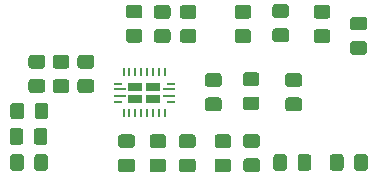
<source format=gbr>
G04 #@! TF.GenerationSoftware,KiCad,Pcbnew,(5.1.5-0-10_14)*
G04 #@! TF.CreationDate,2020-05-14T00:27:54+02:00*
G04 #@! TF.ProjectId,final,66696e61-6c2e-46b6-9963-61645f706362,rev?*
G04 #@! TF.SameCoordinates,Original*
G04 #@! TF.FileFunction,Paste,Top*
G04 #@! TF.FilePolarity,Positive*
%FSLAX46Y46*%
G04 Gerber Fmt 4.6, Leading zero omitted, Abs format (unit mm)*
G04 Created by KiCad (PCBNEW (5.1.5-0-10_14)) date 2020-05-14 00:27:54*
%MOMM*%
%LPD*%
G04 APERTURE LIST*
%ADD10C,0.100000*%
%ADD11R,1.075000X0.180000*%
%ADD12O,0.800000X0.230000*%
%ADD13O,0.230000X0.800000*%
%ADD14R,1.225000X0.725000*%
G04 APERTURE END LIST*
D10*
G36*
X54374505Y-17576204D02*
G01*
X54398773Y-17579804D01*
X54422572Y-17585765D01*
X54445671Y-17594030D01*
X54467850Y-17604520D01*
X54488893Y-17617132D01*
X54508599Y-17631747D01*
X54526777Y-17648223D01*
X54543253Y-17666401D01*
X54557868Y-17686107D01*
X54570480Y-17707150D01*
X54580970Y-17729329D01*
X54589235Y-17752428D01*
X54595196Y-17776227D01*
X54598796Y-17800495D01*
X54600000Y-17824999D01*
X54600000Y-18475001D01*
X54598796Y-18499505D01*
X54595196Y-18523773D01*
X54589235Y-18547572D01*
X54580970Y-18570671D01*
X54570480Y-18592850D01*
X54557868Y-18613893D01*
X54543253Y-18633599D01*
X54526777Y-18651777D01*
X54508599Y-18668253D01*
X54488893Y-18682868D01*
X54467850Y-18695480D01*
X54445671Y-18705970D01*
X54422572Y-18714235D01*
X54398773Y-18720196D01*
X54374505Y-18723796D01*
X54350001Y-18725000D01*
X53449999Y-18725000D01*
X53425495Y-18723796D01*
X53401227Y-18720196D01*
X53377428Y-18714235D01*
X53354329Y-18705970D01*
X53332150Y-18695480D01*
X53311107Y-18682868D01*
X53291401Y-18668253D01*
X53273223Y-18651777D01*
X53256747Y-18633599D01*
X53242132Y-18613893D01*
X53229520Y-18592850D01*
X53219030Y-18570671D01*
X53210765Y-18547572D01*
X53204804Y-18523773D01*
X53201204Y-18499505D01*
X53200000Y-18475001D01*
X53200000Y-17824999D01*
X53201204Y-17800495D01*
X53204804Y-17776227D01*
X53210765Y-17752428D01*
X53219030Y-17729329D01*
X53229520Y-17707150D01*
X53242132Y-17686107D01*
X53256747Y-17666401D01*
X53273223Y-17648223D01*
X53291401Y-17631747D01*
X53311107Y-17617132D01*
X53332150Y-17604520D01*
X53354329Y-17594030D01*
X53377428Y-17585765D01*
X53401227Y-17579804D01*
X53425495Y-17576204D01*
X53449999Y-17575000D01*
X54350001Y-17575000D01*
X54374505Y-17576204D01*
G37*
G36*
X54374505Y-15526204D02*
G01*
X54398773Y-15529804D01*
X54422572Y-15535765D01*
X54445671Y-15544030D01*
X54467850Y-15554520D01*
X54488893Y-15567132D01*
X54508599Y-15581747D01*
X54526777Y-15598223D01*
X54543253Y-15616401D01*
X54557868Y-15636107D01*
X54570480Y-15657150D01*
X54580970Y-15679329D01*
X54589235Y-15702428D01*
X54595196Y-15726227D01*
X54598796Y-15750495D01*
X54600000Y-15774999D01*
X54600000Y-16425001D01*
X54598796Y-16449505D01*
X54595196Y-16473773D01*
X54589235Y-16497572D01*
X54580970Y-16520671D01*
X54570480Y-16542850D01*
X54557868Y-16563893D01*
X54543253Y-16583599D01*
X54526777Y-16601777D01*
X54508599Y-16618253D01*
X54488893Y-16632868D01*
X54467850Y-16645480D01*
X54445671Y-16655970D01*
X54422572Y-16664235D01*
X54398773Y-16670196D01*
X54374505Y-16673796D01*
X54350001Y-16675000D01*
X53449999Y-16675000D01*
X53425495Y-16673796D01*
X53401227Y-16670196D01*
X53377428Y-16664235D01*
X53354329Y-16655970D01*
X53332150Y-16645480D01*
X53311107Y-16632868D01*
X53291401Y-16618253D01*
X53273223Y-16601777D01*
X53256747Y-16583599D01*
X53242132Y-16563893D01*
X53229520Y-16542850D01*
X53219030Y-16520671D01*
X53210765Y-16497572D01*
X53204804Y-16473773D01*
X53201204Y-16449505D01*
X53200000Y-16425001D01*
X53200000Y-15774999D01*
X53201204Y-15750495D01*
X53204804Y-15726227D01*
X53210765Y-15702428D01*
X53219030Y-15679329D01*
X53229520Y-15657150D01*
X53242132Y-15636107D01*
X53256747Y-15616401D01*
X53273223Y-15598223D01*
X53291401Y-15581747D01*
X53311107Y-15567132D01*
X53332150Y-15554520D01*
X53354329Y-15544030D01*
X53377428Y-15535765D01*
X53401227Y-15529804D01*
X53425495Y-15526204D01*
X53449999Y-15525000D01*
X54350001Y-15525000D01*
X54374505Y-15526204D01*
G37*
G36*
X48874505Y-22351204D02*
G01*
X48898773Y-22354804D01*
X48922572Y-22360765D01*
X48945671Y-22369030D01*
X48967850Y-22379520D01*
X48988893Y-22392132D01*
X49008599Y-22406747D01*
X49026777Y-22423223D01*
X49043253Y-22441401D01*
X49057868Y-22461107D01*
X49070480Y-22482150D01*
X49080970Y-22504329D01*
X49089235Y-22527428D01*
X49095196Y-22551227D01*
X49098796Y-22575495D01*
X49100000Y-22599999D01*
X49100000Y-23250001D01*
X49098796Y-23274505D01*
X49095196Y-23298773D01*
X49089235Y-23322572D01*
X49080970Y-23345671D01*
X49070480Y-23367850D01*
X49057868Y-23388893D01*
X49043253Y-23408599D01*
X49026777Y-23426777D01*
X49008599Y-23443253D01*
X48988893Y-23457868D01*
X48967850Y-23470480D01*
X48945671Y-23480970D01*
X48922572Y-23489235D01*
X48898773Y-23495196D01*
X48874505Y-23498796D01*
X48850001Y-23500000D01*
X47949999Y-23500000D01*
X47925495Y-23498796D01*
X47901227Y-23495196D01*
X47877428Y-23489235D01*
X47854329Y-23480970D01*
X47832150Y-23470480D01*
X47811107Y-23457868D01*
X47791401Y-23443253D01*
X47773223Y-23426777D01*
X47756747Y-23408599D01*
X47742132Y-23388893D01*
X47729520Y-23367850D01*
X47719030Y-23345671D01*
X47710765Y-23322572D01*
X47704804Y-23298773D01*
X47701204Y-23274505D01*
X47700000Y-23250001D01*
X47700000Y-22599999D01*
X47701204Y-22575495D01*
X47704804Y-22551227D01*
X47710765Y-22527428D01*
X47719030Y-22504329D01*
X47729520Y-22482150D01*
X47742132Y-22461107D01*
X47756747Y-22441401D01*
X47773223Y-22423223D01*
X47791401Y-22406747D01*
X47811107Y-22392132D01*
X47832150Y-22379520D01*
X47854329Y-22369030D01*
X47877428Y-22360765D01*
X47901227Y-22354804D01*
X47925495Y-22351204D01*
X47949999Y-22350000D01*
X48850001Y-22350000D01*
X48874505Y-22351204D01*
G37*
G36*
X48874505Y-20301204D02*
G01*
X48898773Y-20304804D01*
X48922572Y-20310765D01*
X48945671Y-20319030D01*
X48967850Y-20329520D01*
X48988893Y-20342132D01*
X49008599Y-20356747D01*
X49026777Y-20373223D01*
X49043253Y-20391401D01*
X49057868Y-20411107D01*
X49070480Y-20432150D01*
X49080970Y-20454329D01*
X49089235Y-20477428D01*
X49095196Y-20501227D01*
X49098796Y-20525495D01*
X49100000Y-20549999D01*
X49100000Y-21200001D01*
X49098796Y-21224505D01*
X49095196Y-21248773D01*
X49089235Y-21272572D01*
X49080970Y-21295671D01*
X49070480Y-21317850D01*
X49057868Y-21338893D01*
X49043253Y-21358599D01*
X49026777Y-21376777D01*
X49008599Y-21393253D01*
X48988893Y-21407868D01*
X48967850Y-21420480D01*
X48945671Y-21430970D01*
X48922572Y-21439235D01*
X48898773Y-21445196D01*
X48874505Y-21448796D01*
X48850001Y-21450000D01*
X47949999Y-21450000D01*
X47925495Y-21448796D01*
X47901227Y-21445196D01*
X47877428Y-21439235D01*
X47854329Y-21430970D01*
X47832150Y-21420480D01*
X47811107Y-21407868D01*
X47791401Y-21393253D01*
X47773223Y-21376777D01*
X47756747Y-21358599D01*
X47742132Y-21338893D01*
X47729520Y-21317850D01*
X47719030Y-21295671D01*
X47710765Y-21272572D01*
X47704804Y-21248773D01*
X47701204Y-21224505D01*
X47700000Y-21200001D01*
X47700000Y-20549999D01*
X47701204Y-20525495D01*
X47704804Y-20501227D01*
X47710765Y-20477428D01*
X47719030Y-20454329D01*
X47729520Y-20432150D01*
X47742132Y-20411107D01*
X47756747Y-20391401D01*
X47773223Y-20373223D01*
X47791401Y-20356747D01*
X47811107Y-20342132D01*
X47832150Y-20329520D01*
X47854329Y-20319030D01*
X47877428Y-20310765D01*
X47901227Y-20304804D01*
X47925495Y-20301204D01*
X47949999Y-20300000D01*
X48850001Y-20300000D01*
X48874505Y-20301204D01*
G37*
G36*
X47612005Y-27151204D02*
G01*
X47636273Y-27154804D01*
X47660072Y-27160765D01*
X47683171Y-27169030D01*
X47705350Y-27179520D01*
X47726393Y-27192132D01*
X47746099Y-27206747D01*
X47764277Y-27223223D01*
X47780753Y-27241401D01*
X47795368Y-27261107D01*
X47807980Y-27282150D01*
X47818470Y-27304329D01*
X47826735Y-27327428D01*
X47832696Y-27351227D01*
X47836296Y-27375495D01*
X47837500Y-27399999D01*
X47837500Y-28300001D01*
X47836296Y-28324505D01*
X47832696Y-28348773D01*
X47826735Y-28372572D01*
X47818470Y-28395671D01*
X47807980Y-28417850D01*
X47795368Y-28438893D01*
X47780753Y-28458599D01*
X47764277Y-28476777D01*
X47746099Y-28493253D01*
X47726393Y-28507868D01*
X47705350Y-28520480D01*
X47683171Y-28530970D01*
X47660072Y-28539235D01*
X47636273Y-28545196D01*
X47612005Y-28548796D01*
X47587501Y-28550000D01*
X46937499Y-28550000D01*
X46912995Y-28548796D01*
X46888727Y-28545196D01*
X46864928Y-28539235D01*
X46841829Y-28530970D01*
X46819650Y-28520480D01*
X46798607Y-28507868D01*
X46778901Y-28493253D01*
X46760723Y-28476777D01*
X46744247Y-28458599D01*
X46729632Y-28438893D01*
X46717020Y-28417850D01*
X46706530Y-28395671D01*
X46698265Y-28372572D01*
X46692304Y-28348773D01*
X46688704Y-28324505D01*
X46687500Y-28300001D01*
X46687500Y-27399999D01*
X46688704Y-27375495D01*
X46692304Y-27351227D01*
X46698265Y-27327428D01*
X46706530Y-27304329D01*
X46717020Y-27282150D01*
X46729632Y-27261107D01*
X46744247Y-27241401D01*
X46760723Y-27223223D01*
X46778901Y-27206747D01*
X46798607Y-27192132D01*
X46819650Y-27179520D01*
X46841829Y-27169030D01*
X46864928Y-27160765D01*
X46888727Y-27154804D01*
X46912995Y-27151204D01*
X46937499Y-27150000D01*
X47587501Y-27150000D01*
X47612005Y-27151204D01*
G37*
G36*
X49662005Y-27151204D02*
G01*
X49686273Y-27154804D01*
X49710072Y-27160765D01*
X49733171Y-27169030D01*
X49755350Y-27179520D01*
X49776393Y-27192132D01*
X49796099Y-27206747D01*
X49814277Y-27223223D01*
X49830753Y-27241401D01*
X49845368Y-27261107D01*
X49857980Y-27282150D01*
X49868470Y-27304329D01*
X49876735Y-27327428D01*
X49882696Y-27351227D01*
X49886296Y-27375495D01*
X49887500Y-27399999D01*
X49887500Y-28300001D01*
X49886296Y-28324505D01*
X49882696Y-28348773D01*
X49876735Y-28372572D01*
X49868470Y-28395671D01*
X49857980Y-28417850D01*
X49845368Y-28438893D01*
X49830753Y-28458599D01*
X49814277Y-28476777D01*
X49796099Y-28493253D01*
X49776393Y-28507868D01*
X49755350Y-28520480D01*
X49733171Y-28530970D01*
X49710072Y-28539235D01*
X49686273Y-28545196D01*
X49662005Y-28548796D01*
X49637501Y-28550000D01*
X48987499Y-28550000D01*
X48962995Y-28548796D01*
X48938727Y-28545196D01*
X48914928Y-28539235D01*
X48891829Y-28530970D01*
X48869650Y-28520480D01*
X48848607Y-28507868D01*
X48828901Y-28493253D01*
X48810723Y-28476777D01*
X48794247Y-28458599D01*
X48779632Y-28438893D01*
X48767020Y-28417850D01*
X48756530Y-28395671D01*
X48748265Y-28372572D01*
X48742304Y-28348773D01*
X48738704Y-28324505D01*
X48737500Y-28300001D01*
X48737500Y-27399999D01*
X48738704Y-27375495D01*
X48742304Y-27351227D01*
X48748265Y-27327428D01*
X48756530Y-27304329D01*
X48767020Y-27282150D01*
X48779632Y-27261107D01*
X48794247Y-27241401D01*
X48810723Y-27223223D01*
X48828901Y-27206747D01*
X48848607Y-27192132D01*
X48869650Y-27179520D01*
X48891829Y-27169030D01*
X48914928Y-27160765D01*
X48938727Y-27154804D01*
X48962995Y-27151204D01*
X48987499Y-27150000D01*
X49637501Y-27150000D01*
X49662005Y-27151204D01*
G37*
G36*
X45274505Y-20226204D02*
G01*
X45298773Y-20229804D01*
X45322572Y-20235765D01*
X45345671Y-20244030D01*
X45367850Y-20254520D01*
X45388893Y-20267132D01*
X45408599Y-20281747D01*
X45426777Y-20298223D01*
X45443253Y-20316401D01*
X45457868Y-20336107D01*
X45470480Y-20357150D01*
X45480970Y-20379329D01*
X45489235Y-20402428D01*
X45495196Y-20426227D01*
X45498796Y-20450495D01*
X45500000Y-20474999D01*
X45500000Y-21125001D01*
X45498796Y-21149505D01*
X45495196Y-21173773D01*
X45489235Y-21197572D01*
X45480970Y-21220671D01*
X45470480Y-21242850D01*
X45457868Y-21263893D01*
X45443253Y-21283599D01*
X45426777Y-21301777D01*
X45408599Y-21318253D01*
X45388893Y-21332868D01*
X45367850Y-21345480D01*
X45345671Y-21355970D01*
X45322572Y-21364235D01*
X45298773Y-21370196D01*
X45274505Y-21373796D01*
X45250001Y-21375000D01*
X44349999Y-21375000D01*
X44325495Y-21373796D01*
X44301227Y-21370196D01*
X44277428Y-21364235D01*
X44254329Y-21355970D01*
X44232150Y-21345480D01*
X44211107Y-21332868D01*
X44191401Y-21318253D01*
X44173223Y-21301777D01*
X44156747Y-21283599D01*
X44142132Y-21263893D01*
X44129520Y-21242850D01*
X44119030Y-21220671D01*
X44110765Y-21197572D01*
X44104804Y-21173773D01*
X44101204Y-21149505D01*
X44100000Y-21125001D01*
X44100000Y-20474999D01*
X44101204Y-20450495D01*
X44104804Y-20426227D01*
X44110765Y-20402428D01*
X44119030Y-20379329D01*
X44129520Y-20357150D01*
X44142132Y-20336107D01*
X44156747Y-20316401D01*
X44173223Y-20298223D01*
X44191401Y-20281747D01*
X44211107Y-20267132D01*
X44232150Y-20254520D01*
X44254329Y-20244030D01*
X44277428Y-20235765D01*
X44301227Y-20229804D01*
X44325495Y-20226204D01*
X44349999Y-20225000D01*
X45250001Y-20225000D01*
X45274505Y-20226204D01*
G37*
G36*
X45274505Y-22276204D02*
G01*
X45298773Y-22279804D01*
X45322572Y-22285765D01*
X45345671Y-22294030D01*
X45367850Y-22304520D01*
X45388893Y-22317132D01*
X45408599Y-22331747D01*
X45426777Y-22348223D01*
X45443253Y-22366401D01*
X45457868Y-22386107D01*
X45470480Y-22407150D01*
X45480970Y-22429329D01*
X45489235Y-22452428D01*
X45495196Y-22476227D01*
X45498796Y-22500495D01*
X45500000Y-22524999D01*
X45500000Y-23175001D01*
X45498796Y-23199505D01*
X45495196Y-23223773D01*
X45489235Y-23247572D01*
X45480970Y-23270671D01*
X45470480Y-23292850D01*
X45457868Y-23313893D01*
X45443253Y-23333599D01*
X45426777Y-23351777D01*
X45408599Y-23368253D01*
X45388893Y-23382868D01*
X45367850Y-23395480D01*
X45345671Y-23405970D01*
X45322572Y-23414235D01*
X45298773Y-23420196D01*
X45274505Y-23423796D01*
X45250001Y-23425000D01*
X44349999Y-23425000D01*
X44325495Y-23423796D01*
X44301227Y-23420196D01*
X44277428Y-23414235D01*
X44254329Y-23405970D01*
X44232150Y-23395480D01*
X44211107Y-23382868D01*
X44191401Y-23368253D01*
X44173223Y-23351777D01*
X44156747Y-23333599D01*
X44142132Y-23313893D01*
X44129520Y-23292850D01*
X44119030Y-23270671D01*
X44110765Y-23247572D01*
X44104804Y-23223773D01*
X44101204Y-23199505D01*
X44100000Y-23175001D01*
X44100000Y-22524999D01*
X44101204Y-22500495D01*
X44104804Y-22476227D01*
X44110765Y-22452428D01*
X44119030Y-22429329D01*
X44129520Y-22407150D01*
X44142132Y-22386107D01*
X44156747Y-22366401D01*
X44173223Y-22348223D01*
X44191401Y-22331747D01*
X44211107Y-22317132D01*
X44232150Y-22304520D01*
X44254329Y-22294030D01*
X44277428Y-22285765D01*
X44301227Y-22279804D01*
X44325495Y-22276204D01*
X44349999Y-22275000D01*
X45250001Y-22275000D01*
X45274505Y-22276204D01*
G37*
G36*
X42074505Y-22351204D02*
G01*
X42098773Y-22354804D01*
X42122572Y-22360765D01*
X42145671Y-22369030D01*
X42167850Y-22379520D01*
X42188893Y-22392132D01*
X42208599Y-22406747D01*
X42226777Y-22423223D01*
X42243253Y-22441401D01*
X42257868Y-22461107D01*
X42270480Y-22482150D01*
X42280970Y-22504329D01*
X42289235Y-22527428D01*
X42295196Y-22551227D01*
X42298796Y-22575495D01*
X42300000Y-22599999D01*
X42300000Y-23250001D01*
X42298796Y-23274505D01*
X42295196Y-23298773D01*
X42289235Y-23322572D01*
X42280970Y-23345671D01*
X42270480Y-23367850D01*
X42257868Y-23388893D01*
X42243253Y-23408599D01*
X42226777Y-23426777D01*
X42208599Y-23443253D01*
X42188893Y-23457868D01*
X42167850Y-23470480D01*
X42145671Y-23480970D01*
X42122572Y-23489235D01*
X42098773Y-23495196D01*
X42074505Y-23498796D01*
X42050001Y-23500000D01*
X41149999Y-23500000D01*
X41125495Y-23498796D01*
X41101227Y-23495196D01*
X41077428Y-23489235D01*
X41054329Y-23480970D01*
X41032150Y-23470480D01*
X41011107Y-23457868D01*
X40991401Y-23443253D01*
X40973223Y-23426777D01*
X40956747Y-23408599D01*
X40942132Y-23388893D01*
X40929520Y-23367850D01*
X40919030Y-23345671D01*
X40910765Y-23322572D01*
X40904804Y-23298773D01*
X40901204Y-23274505D01*
X40900000Y-23250001D01*
X40900000Y-22599999D01*
X40901204Y-22575495D01*
X40904804Y-22551227D01*
X40910765Y-22527428D01*
X40919030Y-22504329D01*
X40929520Y-22482150D01*
X40942132Y-22461107D01*
X40956747Y-22441401D01*
X40973223Y-22423223D01*
X40991401Y-22406747D01*
X41011107Y-22392132D01*
X41032150Y-22379520D01*
X41054329Y-22369030D01*
X41077428Y-22360765D01*
X41101227Y-22354804D01*
X41125495Y-22351204D01*
X41149999Y-22350000D01*
X42050001Y-22350000D01*
X42074505Y-22351204D01*
G37*
G36*
X42074505Y-20301204D02*
G01*
X42098773Y-20304804D01*
X42122572Y-20310765D01*
X42145671Y-20319030D01*
X42167850Y-20329520D01*
X42188893Y-20342132D01*
X42208599Y-20356747D01*
X42226777Y-20373223D01*
X42243253Y-20391401D01*
X42257868Y-20411107D01*
X42270480Y-20432150D01*
X42280970Y-20454329D01*
X42289235Y-20477428D01*
X42295196Y-20501227D01*
X42298796Y-20525495D01*
X42300000Y-20549999D01*
X42300000Y-21200001D01*
X42298796Y-21224505D01*
X42295196Y-21248773D01*
X42289235Y-21272572D01*
X42280970Y-21295671D01*
X42270480Y-21317850D01*
X42257868Y-21338893D01*
X42243253Y-21358599D01*
X42226777Y-21376777D01*
X42208599Y-21393253D01*
X42188893Y-21407868D01*
X42167850Y-21420480D01*
X42145671Y-21430970D01*
X42122572Y-21439235D01*
X42098773Y-21445196D01*
X42074505Y-21448796D01*
X42050001Y-21450000D01*
X41149999Y-21450000D01*
X41125495Y-21448796D01*
X41101227Y-21445196D01*
X41077428Y-21439235D01*
X41054329Y-21430970D01*
X41032150Y-21420480D01*
X41011107Y-21407868D01*
X40991401Y-21393253D01*
X40973223Y-21376777D01*
X40956747Y-21358599D01*
X40942132Y-21338893D01*
X40929520Y-21317850D01*
X40919030Y-21295671D01*
X40910765Y-21272572D01*
X40904804Y-21248773D01*
X40901204Y-21224505D01*
X40900000Y-21200001D01*
X40900000Y-20549999D01*
X40901204Y-20525495D01*
X40904804Y-20501227D01*
X40910765Y-20477428D01*
X40919030Y-20454329D01*
X40929520Y-20432150D01*
X40942132Y-20411107D01*
X40956747Y-20391401D01*
X40973223Y-20373223D01*
X40991401Y-20356747D01*
X41011107Y-20342132D01*
X41032150Y-20329520D01*
X41054329Y-20319030D01*
X41077428Y-20310765D01*
X41101227Y-20304804D01*
X41125495Y-20301204D01*
X41149999Y-20300000D01*
X42050001Y-20300000D01*
X42074505Y-20301204D01*
G37*
G36*
X39949505Y-14526204D02*
G01*
X39973773Y-14529804D01*
X39997572Y-14535765D01*
X40020671Y-14544030D01*
X40042850Y-14554520D01*
X40063893Y-14567132D01*
X40083599Y-14581747D01*
X40101777Y-14598223D01*
X40118253Y-14616401D01*
X40132868Y-14636107D01*
X40145480Y-14657150D01*
X40155970Y-14679329D01*
X40164235Y-14702428D01*
X40170196Y-14726227D01*
X40173796Y-14750495D01*
X40175000Y-14774999D01*
X40175000Y-15425001D01*
X40173796Y-15449505D01*
X40170196Y-15473773D01*
X40164235Y-15497572D01*
X40155970Y-15520671D01*
X40145480Y-15542850D01*
X40132868Y-15563893D01*
X40118253Y-15583599D01*
X40101777Y-15601777D01*
X40083599Y-15618253D01*
X40063893Y-15632868D01*
X40042850Y-15645480D01*
X40020671Y-15655970D01*
X39997572Y-15664235D01*
X39973773Y-15670196D01*
X39949505Y-15673796D01*
X39925001Y-15675000D01*
X39024999Y-15675000D01*
X39000495Y-15673796D01*
X38976227Y-15670196D01*
X38952428Y-15664235D01*
X38929329Y-15655970D01*
X38907150Y-15645480D01*
X38886107Y-15632868D01*
X38866401Y-15618253D01*
X38848223Y-15601777D01*
X38831747Y-15583599D01*
X38817132Y-15563893D01*
X38804520Y-15542850D01*
X38794030Y-15520671D01*
X38785765Y-15497572D01*
X38779804Y-15473773D01*
X38776204Y-15449505D01*
X38775000Y-15425001D01*
X38775000Y-14774999D01*
X38776204Y-14750495D01*
X38779804Y-14726227D01*
X38785765Y-14702428D01*
X38794030Y-14679329D01*
X38804520Y-14657150D01*
X38817132Y-14636107D01*
X38831747Y-14616401D01*
X38848223Y-14598223D01*
X38866401Y-14581747D01*
X38886107Y-14567132D01*
X38907150Y-14554520D01*
X38929329Y-14544030D01*
X38952428Y-14535765D01*
X38976227Y-14529804D01*
X39000495Y-14526204D01*
X39024999Y-14525000D01*
X39925001Y-14525000D01*
X39949505Y-14526204D01*
G37*
G36*
X39949505Y-16576204D02*
G01*
X39973773Y-16579804D01*
X39997572Y-16585765D01*
X40020671Y-16594030D01*
X40042850Y-16604520D01*
X40063893Y-16617132D01*
X40083599Y-16631747D01*
X40101777Y-16648223D01*
X40118253Y-16666401D01*
X40132868Y-16686107D01*
X40145480Y-16707150D01*
X40155970Y-16729329D01*
X40164235Y-16752428D01*
X40170196Y-16776227D01*
X40173796Y-16800495D01*
X40175000Y-16824999D01*
X40175000Y-17475001D01*
X40173796Y-17499505D01*
X40170196Y-17523773D01*
X40164235Y-17547572D01*
X40155970Y-17570671D01*
X40145480Y-17592850D01*
X40132868Y-17613893D01*
X40118253Y-17633599D01*
X40101777Y-17651777D01*
X40083599Y-17668253D01*
X40063893Y-17682868D01*
X40042850Y-17695480D01*
X40020671Y-17705970D01*
X39997572Y-17714235D01*
X39973773Y-17720196D01*
X39949505Y-17723796D01*
X39925001Y-17725000D01*
X39024999Y-17725000D01*
X39000495Y-17723796D01*
X38976227Y-17720196D01*
X38952428Y-17714235D01*
X38929329Y-17705970D01*
X38907150Y-17695480D01*
X38886107Y-17682868D01*
X38866401Y-17668253D01*
X38848223Y-17651777D01*
X38831747Y-17633599D01*
X38817132Y-17613893D01*
X38804520Y-17592850D01*
X38794030Y-17570671D01*
X38785765Y-17547572D01*
X38779804Y-17523773D01*
X38776204Y-17499505D01*
X38775000Y-17475001D01*
X38775000Y-16824999D01*
X38776204Y-16800495D01*
X38779804Y-16776227D01*
X38785765Y-16752428D01*
X38794030Y-16729329D01*
X38804520Y-16707150D01*
X38817132Y-16686107D01*
X38831747Y-16666401D01*
X38848223Y-16648223D01*
X38866401Y-16631747D01*
X38886107Y-16617132D01*
X38907150Y-16604520D01*
X38929329Y-16594030D01*
X38952428Y-16585765D01*
X38976227Y-16579804D01*
X39000495Y-16576204D01*
X39024999Y-16575000D01*
X39925001Y-16575000D01*
X39949505Y-16576204D01*
G37*
G36*
X39874505Y-27526204D02*
G01*
X39898773Y-27529804D01*
X39922572Y-27535765D01*
X39945671Y-27544030D01*
X39967850Y-27554520D01*
X39988893Y-27567132D01*
X40008599Y-27581747D01*
X40026777Y-27598223D01*
X40043253Y-27616401D01*
X40057868Y-27636107D01*
X40070480Y-27657150D01*
X40080970Y-27679329D01*
X40089235Y-27702428D01*
X40095196Y-27726227D01*
X40098796Y-27750495D01*
X40100000Y-27774999D01*
X40100000Y-28425001D01*
X40098796Y-28449505D01*
X40095196Y-28473773D01*
X40089235Y-28497572D01*
X40080970Y-28520671D01*
X40070480Y-28542850D01*
X40057868Y-28563893D01*
X40043253Y-28583599D01*
X40026777Y-28601777D01*
X40008599Y-28618253D01*
X39988893Y-28632868D01*
X39967850Y-28645480D01*
X39945671Y-28655970D01*
X39922572Y-28664235D01*
X39898773Y-28670196D01*
X39874505Y-28673796D01*
X39850001Y-28675000D01*
X38949999Y-28675000D01*
X38925495Y-28673796D01*
X38901227Y-28670196D01*
X38877428Y-28664235D01*
X38854329Y-28655970D01*
X38832150Y-28645480D01*
X38811107Y-28632868D01*
X38791401Y-28618253D01*
X38773223Y-28601777D01*
X38756747Y-28583599D01*
X38742132Y-28563893D01*
X38729520Y-28542850D01*
X38719030Y-28520671D01*
X38710765Y-28497572D01*
X38704804Y-28473773D01*
X38701204Y-28449505D01*
X38700000Y-28425001D01*
X38700000Y-27774999D01*
X38701204Y-27750495D01*
X38704804Y-27726227D01*
X38710765Y-27702428D01*
X38719030Y-27679329D01*
X38729520Y-27657150D01*
X38742132Y-27636107D01*
X38756747Y-27616401D01*
X38773223Y-27598223D01*
X38791401Y-27581747D01*
X38811107Y-27567132D01*
X38832150Y-27554520D01*
X38854329Y-27544030D01*
X38877428Y-27535765D01*
X38901227Y-27529804D01*
X38925495Y-27526204D01*
X38949999Y-27525000D01*
X39850001Y-27525000D01*
X39874505Y-27526204D01*
G37*
G36*
X39874505Y-25476204D02*
G01*
X39898773Y-25479804D01*
X39922572Y-25485765D01*
X39945671Y-25494030D01*
X39967850Y-25504520D01*
X39988893Y-25517132D01*
X40008599Y-25531747D01*
X40026777Y-25548223D01*
X40043253Y-25566401D01*
X40057868Y-25586107D01*
X40070480Y-25607150D01*
X40080970Y-25629329D01*
X40089235Y-25652428D01*
X40095196Y-25676227D01*
X40098796Y-25700495D01*
X40100000Y-25724999D01*
X40100000Y-26375001D01*
X40098796Y-26399505D01*
X40095196Y-26423773D01*
X40089235Y-26447572D01*
X40080970Y-26470671D01*
X40070480Y-26492850D01*
X40057868Y-26513893D01*
X40043253Y-26533599D01*
X40026777Y-26551777D01*
X40008599Y-26568253D01*
X39988893Y-26582868D01*
X39967850Y-26595480D01*
X39945671Y-26605970D01*
X39922572Y-26614235D01*
X39898773Y-26620196D01*
X39874505Y-26623796D01*
X39850001Y-26625000D01*
X38949999Y-26625000D01*
X38925495Y-26623796D01*
X38901227Y-26620196D01*
X38877428Y-26614235D01*
X38854329Y-26605970D01*
X38832150Y-26595480D01*
X38811107Y-26582868D01*
X38791401Y-26568253D01*
X38773223Y-26551777D01*
X38756747Y-26533599D01*
X38742132Y-26513893D01*
X38729520Y-26492850D01*
X38719030Y-26470671D01*
X38710765Y-26447572D01*
X38704804Y-26423773D01*
X38701204Y-26399505D01*
X38700000Y-26375001D01*
X38700000Y-25724999D01*
X38701204Y-25700495D01*
X38704804Y-25676227D01*
X38710765Y-25652428D01*
X38719030Y-25629329D01*
X38729520Y-25607150D01*
X38742132Y-25586107D01*
X38756747Y-25566401D01*
X38773223Y-25548223D01*
X38791401Y-25531747D01*
X38811107Y-25517132D01*
X38832150Y-25504520D01*
X38854329Y-25494030D01*
X38877428Y-25485765D01*
X38901227Y-25479804D01*
X38925495Y-25476204D01*
X38949999Y-25475000D01*
X39850001Y-25475000D01*
X39874505Y-25476204D01*
G37*
G36*
X37749505Y-14526204D02*
G01*
X37773773Y-14529804D01*
X37797572Y-14535765D01*
X37820671Y-14544030D01*
X37842850Y-14554520D01*
X37863893Y-14567132D01*
X37883599Y-14581747D01*
X37901777Y-14598223D01*
X37918253Y-14616401D01*
X37932868Y-14636107D01*
X37945480Y-14657150D01*
X37955970Y-14679329D01*
X37964235Y-14702428D01*
X37970196Y-14726227D01*
X37973796Y-14750495D01*
X37975000Y-14774999D01*
X37975000Y-15425001D01*
X37973796Y-15449505D01*
X37970196Y-15473773D01*
X37964235Y-15497572D01*
X37955970Y-15520671D01*
X37945480Y-15542850D01*
X37932868Y-15563893D01*
X37918253Y-15583599D01*
X37901777Y-15601777D01*
X37883599Y-15618253D01*
X37863893Y-15632868D01*
X37842850Y-15645480D01*
X37820671Y-15655970D01*
X37797572Y-15664235D01*
X37773773Y-15670196D01*
X37749505Y-15673796D01*
X37725001Y-15675000D01*
X36824999Y-15675000D01*
X36800495Y-15673796D01*
X36776227Y-15670196D01*
X36752428Y-15664235D01*
X36729329Y-15655970D01*
X36707150Y-15645480D01*
X36686107Y-15632868D01*
X36666401Y-15618253D01*
X36648223Y-15601777D01*
X36631747Y-15583599D01*
X36617132Y-15563893D01*
X36604520Y-15542850D01*
X36594030Y-15520671D01*
X36585765Y-15497572D01*
X36579804Y-15473773D01*
X36576204Y-15449505D01*
X36575000Y-15425001D01*
X36575000Y-14774999D01*
X36576204Y-14750495D01*
X36579804Y-14726227D01*
X36585765Y-14702428D01*
X36594030Y-14679329D01*
X36604520Y-14657150D01*
X36617132Y-14636107D01*
X36631747Y-14616401D01*
X36648223Y-14598223D01*
X36666401Y-14581747D01*
X36686107Y-14567132D01*
X36707150Y-14554520D01*
X36729329Y-14544030D01*
X36752428Y-14535765D01*
X36776227Y-14529804D01*
X36800495Y-14526204D01*
X36824999Y-14525000D01*
X37725001Y-14525000D01*
X37749505Y-14526204D01*
G37*
G36*
X37749505Y-16576204D02*
G01*
X37773773Y-16579804D01*
X37797572Y-16585765D01*
X37820671Y-16594030D01*
X37842850Y-16604520D01*
X37863893Y-16617132D01*
X37883599Y-16631747D01*
X37901777Y-16648223D01*
X37918253Y-16666401D01*
X37932868Y-16686107D01*
X37945480Y-16707150D01*
X37955970Y-16729329D01*
X37964235Y-16752428D01*
X37970196Y-16776227D01*
X37973796Y-16800495D01*
X37975000Y-16824999D01*
X37975000Y-17475001D01*
X37973796Y-17499505D01*
X37970196Y-17523773D01*
X37964235Y-17547572D01*
X37955970Y-17570671D01*
X37945480Y-17592850D01*
X37932868Y-17613893D01*
X37918253Y-17633599D01*
X37901777Y-17651777D01*
X37883599Y-17668253D01*
X37863893Y-17682868D01*
X37842850Y-17695480D01*
X37820671Y-17705970D01*
X37797572Y-17714235D01*
X37773773Y-17720196D01*
X37749505Y-17723796D01*
X37725001Y-17725000D01*
X36824999Y-17725000D01*
X36800495Y-17723796D01*
X36776227Y-17720196D01*
X36752428Y-17714235D01*
X36729329Y-17705970D01*
X36707150Y-17695480D01*
X36686107Y-17682868D01*
X36666401Y-17668253D01*
X36648223Y-17651777D01*
X36631747Y-17633599D01*
X36617132Y-17613893D01*
X36604520Y-17592850D01*
X36594030Y-17570671D01*
X36585765Y-17547572D01*
X36579804Y-17523773D01*
X36576204Y-17499505D01*
X36575000Y-17475001D01*
X36575000Y-16824999D01*
X36576204Y-16800495D01*
X36579804Y-16776227D01*
X36585765Y-16752428D01*
X36594030Y-16729329D01*
X36604520Y-16707150D01*
X36617132Y-16686107D01*
X36631747Y-16666401D01*
X36648223Y-16648223D01*
X36666401Y-16631747D01*
X36686107Y-16617132D01*
X36707150Y-16604520D01*
X36729329Y-16594030D01*
X36752428Y-16585765D01*
X36776227Y-16579804D01*
X36800495Y-16576204D01*
X36824999Y-16575000D01*
X37725001Y-16575000D01*
X37749505Y-16576204D01*
G37*
G36*
X37374505Y-27526204D02*
G01*
X37398773Y-27529804D01*
X37422572Y-27535765D01*
X37445671Y-27544030D01*
X37467850Y-27554520D01*
X37488893Y-27567132D01*
X37508599Y-27581747D01*
X37526777Y-27598223D01*
X37543253Y-27616401D01*
X37557868Y-27636107D01*
X37570480Y-27657150D01*
X37580970Y-27679329D01*
X37589235Y-27702428D01*
X37595196Y-27726227D01*
X37598796Y-27750495D01*
X37600000Y-27774999D01*
X37600000Y-28425001D01*
X37598796Y-28449505D01*
X37595196Y-28473773D01*
X37589235Y-28497572D01*
X37580970Y-28520671D01*
X37570480Y-28542850D01*
X37557868Y-28563893D01*
X37543253Y-28583599D01*
X37526777Y-28601777D01*
X37508599Y-28618253D01*
X37488893Y-28632868D01*
X37467850Y-28645480D01*
X37445671Y-28655970D01*
X37422572Y-28664235D01*
X37398773Y-28670196D01*
X37374505Y-28673796D01*
X37350001Y-28675000D01*
X36449999Y-28675000D01*
X36425495Y-28673796D01*
X36401227Y-28670196D01*
X36377428Y-28664235D01*
X36354329Y-28655970D01*
X36332150Y-28645480D01*
X36311107Y-28632868D01*
X36291401Y-28618253D01*
X36273223Y-28601777D01*
X36256747Y-28583599D01*
X36242132Y-28563893D01*
X36229520Y-28542850D01*
X36219030Y-28520671D01*
X36210765Y-28497572D01*
X36204804Y-28473773D01*
X36201204Y-28449505D01*
X36200000Y-28425001D01*
X36200000Y-27774999D01*
X36201204Y-27750495D01*
X36204804Y-27726227D01*
X36210765Y-27702428D01*
X36219030Y-27679329D01*
X36229520Y-27657150D01*
X36242132Y-27636107D01*
X36256747Y-27616401D01*
X36273223Y-27598223D01*
X36291401Y-27581747D01*
X36311107Y-27567132D01*
X36332150Y-27554520D01*
X36354329Y-27544030D01*
X36377428Y-27535765D01*
X36401227Y-27529804D01*
X36425495Y-27526204D01*
X36449999Y-27525000D01*
X37350001Y-27525000D01*
X37374505Y-27526204D01*
G37*
G36*
X37374505Y-25476204D02*
G01*
X37398773Y-25479804D01*
X37422572Y-25485765D01*
X37445671Y-25494030D01*
X37467850Y-25504520D01*
X37488893Y-25517132D01*
X37508599Y-25531747D01*
X37526777Y-25548223D01*
X37543253Y-25566401D01*
X37557868Y-25586107D01*
X37570480Y-25607150D01*
X37580970Y-25629329D01*
X37589235Y-25652428D01*
X37595196Y-25676227D01*
X37598796Y-25700495D01*
X37600000Y-25724999D01*
X37600000Y-26375001D01*
X37598796Y-26399505D01*
X37595196Y-26423773D01*
X37589235Y-26447572D01*
X37580970Y-26470671D01*
X37570480Y-26492850D01*
X37557868Y-26513893D01*
X37543253Y-26533599D01*
X37526777Y-26551777D01*
X37508599Y-26568253D01*
X37488893Y-26582868D01*
X37467850Y-26595480D01*
X37445671Y-26605970D01*
X37422572Y-26614235D01*
X37398773Y-26620196D01*
X37374505Y-26623796D01*
X37350001Y-26625000D01*
X36449999Y-26625000D01*
X36425495Y-26623796D01*
X36401227Y-26620196D01*
X36377428Y-26614235D01*
X36354329Y-26605970D01*
X36332150Y-26595480D01*
X36311107Y-26582868D01*
X36291401Y-26568253D01*
X36273223Y-26551777D01*
X36256747Y-26533599D01*
X36242132Y-26513893D01*
X36229520Y-26492850D01*
X36219030Y-26470671D01*
X36210765Y-26447572D01*
X36204804Y-26423773D01*
X36201204Y-26399505D01*
X36200000Y-26375001D01*
X36200000Y-25724999D01*
X36201204Y-25700495D01*
X36204804Y-25676227D01*
X36210765Y-25652428D01*
X36219030Y-25629329D01*
X36229520Y-25607150D01*
X36242132Y-25586107D01*
X36256747Y-25566401D01*
X36273223Y-25548223D01*
X36291401Y-25531747D01*
X36311107Y-25517132D01*
X36332150Y-25504520D01*
X36354329Y-25494030D01*
X36377428Y-25485765D01*
X36401227Y-25479804D01*
X36425495Y-25476204D01*
X36449999Y-25475000D01*
X37350001Y-25475000D01*
X37374505Y-25476204D01*
G37*
G36*
X35374505Y-14501204D02*
G01*
X35398773Y-14504804D01*
X35422572Y-14510765D01*
X35445671Y-14519030D01*
X35467850Y-14529520D01*
X35488893Y-14542132D01*
X35508599Y-14556747D01*
X35526777Y-14573223D01*
X35543253Y-14591401D01*
X35557868Y-14611107D01*
X35570480Y-14632150D01*
X35580970Y-14654329D01*
X35589235Y-14677428D01*
X35595196Y-14701227D01*
X35598796Y-14725495D01*
X35600000Y-14749999D01*
X35600000Y-15400001D01*
X35598796Y-15424505D01*
X35595196Y-15448773D01*
X35589235Y-15472572D01*
X35580970Y-15495671D01*
X35570480Y-15517850D01*
X35557868Y-15538893D01*
X35543253Y-15558599D01*
X35526777Y-15576777D01*
X35508599Y-15593253D01*
X35488893Y-15607868D01*
X35467850Y-15620480D01*
X35445671Y-15630970D01*
X35422572Y-15639235D01*
X35398773Y-15645196D01*
X35374505Y-15648796D01*
X35350001Y-15650000D01*
X34449999Y-15650000D01*
X34425495Y-15648796D01*
X34401227Y-15645196D01*
X34377428Y-15639235D01*
X34354329Y-15630970D01*
X34332150Y-15620480D01*
X34311107Y-15607868D01*
X34291401Y-15593253D01*
X34273223Y-15576777D01*
X34256747Y-15558599D01*
X34242132Y-15538893D01*
X34229520Y-15517850D01*
X34219030Y-15495671D01*
X34210765Y-15472572D01*
X34204804Y-15448773D01*
X34201204Y-15424505D01*
X34200000Y-15400001D01*
X34200000Y-14749999D01*
X34201204Y-14725495D01*
X34204804Y-14701227D01*
X34210765Y-14677428D01*
X34219030Y-14654329D01*
X34229520Y-14632150D01*
X34242132Y-14611107D01*
X34256747Y-14591401D01*
X34273223Y-14573223D01*
X34291401Y-14556747D01*
X34311107Y-14542132D01*
X34332150Y-14529520D01*
X34354329Y-14519030D01*
X34377428Y-14510765D01*
X34401227Y-14504804D01*
X34425495Y-14501204D01*
X34449999Y-14500000D01*
X35350001Y-14500000D01*
X35374505Y-14501204D01*
G37*
G36*
X35374505Y-16551204D02*
G01*
X35398773Y-16554804D01*
X35422572Y-16560765D01*
X35445671Y-16569030D01*
X35467850Y-16579520D01*
X35488893Y-16592132D01*
X35508599Y-16606747D01*
X35526777Y-16623223D01*
X35543253Y-16641401D01*
X35557868Y-16661107D01*
X35570480Y-16682150D01*
X35580970Y-16704329D01*
X35589235Y-16727428D01*
X35595196Y-16751227D01*
X35598796Y-16775495D01*
X35600000Y-16799999D01*
X35600000Y-17450001D01*
X35598796Y-17474505D01*
X35595196Y-17498773D01*
X35589235Y-17522572D01*
X35580970Y-17545671D01*
X35570480Y-17567850D01*
X35557868Y-17588893D01*
X35543253Y-17608599D01*
X35526777Y-17626777D01*
X35508599Y-17643253D01*
X35488893Y-17657868D01*
X35467850Y-17670480D01*
X35445671Y-17680970D01*
X35422572Y-17689235D01*
X35398773Y-17695196D01*
X35374505Y-17698796D01*
X35350001Y-17700000D01*
X34449999Y-17700000D01*
X34425495Y-17698796D01*
X34401227Y-17695196D01*
X34377428Y-17689235D01*
X34354329Y-17680970D01*
X34332150Y-17670480D01*
X34311107Y-17657868D01*
X34291401Y-17643253D01*
X34273223Y-17626777D01*
X34256747Y-17608599D01*
X34242132Y-17588893D01*
X34229520Y-17567850D01*
X34219030Y-17545671D01*
X34210765Y-17522572D01*
X34204804Y-17498773D01*
X34201204Y-17474505D01*
X34200000Y-17450001D01*
X34200000Y-16799999D01*
X34201204Y-16775495D01*
X34204804Y-16751227D01*
X34210765Y-16727428D01*
X34219030Y-16704329D01*
X34229520Y-16682150D01*
X34242132Y-16661107D01*
X34256747Y-16641401D01*
X34273223Y-16623223D01*
X34291401Y-16606747D01*
X34311107Y-16592132D01*
X34332150Y-16579520D01*
X34354329Y-16569030D01*
X34377428Y-16560765D01*
X34401227Y-16554804D01*
X34425495Y-16551204D01*
X34449999Y-16550000D01*
X35350001Y-16550000D01*
X35374505Y-16551204D01*
G37*
G36*
X34724505Y-27526204D02*
G01*
X34748773Y-27529804D01*
X34772572Y-27535765D01*
X34795671Y-27544030D01*
X34817850Y-27554520D01*
X34838893Y-27567132D01*
X34858599Y-27581747D01*
X34876777Y-27598223D01*
X34893253Y-27616401D01*
X34907868Y-27636107D01*
X34920480Y-27657150D01*
X34930970Y-27679329D01*
X34939235Y-27702428D01*
X34945196Y-27726227D01*
X34948796Y-27750495D01*
X34950000Y-27774999D01*
X34950000Y-28425001D01*
X34948796Y-28449505D01*
X34945196Y-28473773D01*
X34939235Y-28497572D01*
X34930970Y-28520671D01*
X34920480Y-28542850D01*
X34907868Y-28563893D01*
X34893253Y-28583599D01*
X34876777Y-28601777D01*
X34858599Y-28618253D01*
X34838893Y-28632868D01*
X34817850Y-28645480D01*
X34795671Y-28655970D01*
X34772572Y-28664235D01*
X34748773Y-28670196D01*
X34724505Y-28673796D01*
X34700001Y-28675000D01*
X33799999Y-28675000D01*
X33775495Y-28673796D01*
X33751227Y-28670196D01*
X33727428Y-28664235D01*
X33704329Y-28655970D01*
X33682150Y-28645480D01*
X33661107Y-28632868D01*
X33641401Y-28618253D01*
X33623223Y-28601777D01*
X33606747Y-28583599D01*
X33592132Y-28563893D01*
X33579520Y-28542850D01*
X33569030Y-28520671D01*
X33560765Y-28497572D01*
X33554804Y-28473773D01*
X33551204Y-28449505D01*
X33550000Y-28425001D01*
X33550000Y-27774999D01*
X33551204Y-27750495D01*
X33554804Y-27726227D01*
X33560765Y-27702428D01*
X33569030Y-27679329D01*
X33579520Y-27657150D01*
X33592132Y-27636107D01*
X33606747Y-27616401D01*
X33623223Y-27598223D01*
X33641401Y-27581747D01*
X33661107Y-27567132D01*
X33682150Y-27554520D01*
X33704329Y-27544030D01*
X33727428Y-27535765D01*
X33751227Y-27529804D01*
X33775495Y-27526204D01*
X33799999Y-27525000D01*
X34700001Y-27525000D01*
X34724505Y-27526204D01*
G37*
G36*
X34724505Y-25476204D02*
G01*
X34748773Y-25479804D01*
X34772572Y-25485765D01*
X34795671Y-25494030D01*
X34817850Y-25504520D01*
X34838893Y-25517132D01*
X34858599Y-25531747D01*
X34876777Y-25548223D01*
X34893253Y-25566401D01*
X34907868Y-25586107D01*
X34920480Y-25607150D01*
X34930970Y-25629329D01*
X34939235Y-25652428D01*
X34945196Y-25676227D01*
X34948796Y-25700495D01*
X34950000Y-25724999D01*
X34950000Y-26375001D01*
X34948796Y-26399505D01*
X34945196Y-26423773D01*
X34939235Y-26447572D01*
X34930970Y-26470671D01*
X34920480Y-26492850D01*
X34907868Y-26513893D01*
X34893253Y-26533599D01*
X34876777Y-26551777D01*
X34858599Y-26568253D01*
X34838893Y-26582868D01*
X34817850Y-26595480D01*
X34795671Y-26605970D01*
X34772572Y-26614235D01*
X34748773Y-26620196D01*
X34724505Y-26623796D01*
X34700001Y-26625000D01*
X33799999Y-26625000D01*
X33775495Y-26623796D01*
X33751227Y-26620196D01*
X33727428Y-26614235D01*
X33704329Y-26605970D01*
X33682150Y-26595480D01*
X33661107Y-26582868D01*
X33641401Y-26568253D01*
X33623223Y-26551777D01*
X33606747Y-26533599D01*
X33592132Y-26513893D01*
X33579520Y-26492850D01*
X33569030Y-26470671D01*
X33560765Y-26447572D01*
X33554804Y-26423773D01*
X33551204Y-26399505D01*
X33550000Y-26375001D01*
X33550000Y-25724999D01*
X33551204Y-25700495D01*
X33554804Y-25676227D01*
X33560765Y-25652428D01*
X33569030Y-25629329D01*
X33579520Y-25607150D01*
X33592132Y-25586107D01*
X33606747Y-25566401D01*
X33623223Y-25548223D01*
X33641401Y-25531747D01*
X33661107Y-25517132D01*
X33682150Y-25504520D01*
X33704329Y-25494030D01*
X33727428Y-25485765D01*
X33751227Y-25479804D01*
X33775495Y-25476204D01*
X33799999Y-25475000D01*
X34700001Y-25475000D01*
X34724505Y-25476204D01*
G37*
G36*
X44574505Y-14526204D02*
G01*
X44598773Y-14529804D01*
X44622572Y-14535765D01*
X44645671Y-14544030D01*
X44667850Y-14554520D01*
X44688893Y-14567132D01*
X44708599Y-14581747D01*
X44726777Y-14598223D01*
X44743253Y-14616401D01*
X44757868Y-14636107D01*
X44770480Y-14657150D01*
X44780970Y-14679329D01*
X44789235Y-14702428D01*
X44795196Y-14726227D01*
X44798796Y-14750495D01*
X44800000Y-14774999D01*
X44800000Y-15425001D01*
X44798796Y-15449505D01*
X44795196Y-15473773D01*
X44789235Y-15497572D01*
X44780970Y-15520671D01*
X44770480Y-15542850D01*
X44757868Y-15563893D01*
X44743253Y-15583599D01*
X44726777Y-15601777D01*
X44708599Y-15618253D01*
X44688893Y-15632868D01*
X44667850Y-15645480D01*
X44645671Y-15655970D01*
X44622572Y-15664235D01*
X44598773Y-15670196D01*
X44574505Y-15673796D01*
X44550001Y-15675000D01*
X43649999Y-15675000D01*
X43625495Y-15673796D01*
X43601227Y-15670196D01*
X43577428Y-15664235D01*
X43554329Y-15655970D01*
X43532150Y-15645480D01*
X43511107Y-15632868D01*
X43491401Y-15618253D01*
X43473223Y-15601777D01*
X43456747Y-15583599D01*
X43442132Y-15563893D01*
X43429520Y-15542850D01*
X43419030Y-15520671D01*
X43410765Y-15497572D01*
X43404804Y-15473773D01*
X43401204Y-15449505D01*
X43400000Y-15425001D01*
X43400000Y-14774999D01*
X43401204Y-14750495D01*
X43404804Y-14726227D01*
X43410765Y-14702428D01*
X43419030Y-14679329D01*
X43429520Y-14657150D01*
X43442132Y-14636107D01*
X43456747Y-14616401D01*
X43473223Y-14598223D01*
X43491401Y-14581747D01*
X43511107Y-14567132D01*
X43532150Y-14554520D01*
X43554329Y-14544030D01*
X43577428Y-14535765D01*
X43601227Y-14529804D01*
X43625495Y-14526204D01*
X43649999Y-14525000D01*
X44550001Y-14525000D01*
X44574505Y-14526204D01*
G37*
G36*
X44574505Y-16576204D02*
G01*
X44598773Y-16579804D01*
X44622572Y-16585765D01*
X44645671Y-16594030D01*
X44667850Y-16604520D01*
X44688893Y-16617132D01*
X44708599Y-16631747D01*
X44726777Y-16648223D01*
X44743253Y-16666401D01*
X44757868Y-16686107D01*
X44770480Y-16707150D01*
X44780970Y-16729329D01*
X44789235Y-16752428D01*
X44795196Y-16776227D01*
X44798796Y-16800495D01*
X44800000Y-16824999D01*
X44800000Y-17475001D01*
X44798796Y-17499505D01*
X44795196Y-17523773D01*
X44789235Y-17547572D01*
X44780970Y-17570671D01*
X44770480Y-17592850D01*
X44757868Y-17613893D01*
X44743253Y-17633599D01*
X44726777Y-17651777D01*
X44708599Y-17668253D01*
X44688893Y-17682868D01*
X44667850Y-17695480D01*
X44645671Y-17705970D01*
X44622572Y-17714235D01*
X44598773Y-17720196D01*
X44574505Y-17723796D01*
X44550001Y-17725000D01*
X43649999Y-17725000D01*
X43625495Y-17723796D01*
X43601227Y-17720196D01*
X43577428Y-17714235D01*
X43554329Y-17705970D01*
X43532150Y-17695480D01*
X43511107Y-17682868D01*
X43491401Y-17668253D01*
X43473223Y-17651777D01*
X43456747Y-17633599D01*
X43442132Y-17613893D01*
X43429520Y-17592850D01*
X43419030Y-17570671D01*
X43410765Y-17547572D01*
X43404804Y-17523773D01*
X43401204Y-17499505D01*
X43400000Y-17475001D01*
X43400000Y-16824999D01*
X43401204Y-16800495D01*
X43404804Y-16776227D01*
X43410765Y-16752428D01*
X43419030Y-16729329D01*
X43429520Y-16707150D01*
X43442132Y-16686107D01*
X43456747Y-16666401D01*
X43473223Y-16648223D01*
X43491401Y-16631747D01*
X43511107Y-16617132D01*
X43532150Y-16604520D01*
X43554329Y-16594030D01*
X43577428Y-16585765D01*
X43601227Y-16579804D01*
X43625495Y-16576204D01*
X43649999Y-16575000D01*
X44550001Y-16575000D01*
X44574505Y-16576204D01*
G37*
G36*
X47774505Y-14451204D02*
G01*
X47798773Y-14454804D01*
X47822572Y-14460765D01*
X47845671Y-14469030D01*
X47867850Y-14479520D01*
X47888893Y-14492132D01*
X47908599Y-14506747D01*
X47926777Y-14523223D01*
X47943253Y-14541401D01*
X47957868Y-14561107D01*
X47970480Y-14582150D01*
X47980970Y-14604329D01*
X47989235Y-14627428D01*
X47995196Y-14651227D01*
X47998796Y-14675495D01*
X48000000Y-14699999D01*
X48000000Y-15350001D01*
X47998796Y-15374505D01*
X47995196Y-15398773D01*
X47989235Y-15422572D01*
X47980970Y-15445671D01*
X47970480Y-15467850D01*
X47957868Y-15488893D01*
X47943253Y-15508599D01*
X47926777Y-15526777D01*
X47908599Y-15543253D01*
X47888893Y-15557868D01*
X47867850Y-15570480D01*
X47845671Y-15580970D01*
X47822572Y-15589235D01*
X47798773Y-15595196D01*
X47774505Y-15598796D01*
X47750001Y-15600000D01*
X46849999Y-15600000D01*
X46825495Y-15598796D01*
X46801227Y-15595196D01*
X46777428Y-15589235D01*
X46754329Y-15580970D01*
X46732150Y-15570480D01*
X46711107Y-15557868D01*
X46691401Y-15543253D01*
X46673223Y-15526777D01*
X46656747Y-15508599D01*
X46642132Y-15488893D01*
X46629520Y-15467850D01*
X46619030Y-15445671D01*
X46610765Y-15422572D01*
X46604804Y-15398773D01*
X46601204Y-15374505D01*
X46600000Y-15350001D01*
X46600000Y-14699999D01*
X46601204Y-14675495D01*
X46604804Y-14651227D01*
X46610765Y-14627428D01*
X46619030Y-14604329D01*
X46629520Y-14582150D01*
X46642132Y-14561107D01*
X46656747Y-14541401D01*
X46673223Y-14523223D01*
X46691401Y-14506747D01*
X46711107Y-14492132D01*
X46732150Y-14479520D01*
X46754329Y-14469030D01*
X46777428Y-14460765D01*
X46801227Y-14454804D01*
X46825495Y-14451204D01*
X46849999Y-14450000D01*
X47750001Y-14450000D01*
X47774505Y-14451204D01*
G37*
G36*
X47774505Y-16501204D02*
G01*
X47798773Y-16504804D01*
X47822572Y-16510765D01*
X47845671Y-16519030D01*
X47867850Y-16529520D01*
X47888893Y-16542132D01*
X47908599Y-16556747D01*
X47926777Y-16573223D01*
X47943253Y-16591401D01*
X47957868Y-16611107D01*
X47970480Y-16632150D01*
X47980970Y-16654329D01*
X47989235Y-16677428D01*
X47995196Y-16701227D01*
X47998796Y-16725495D01*
X48000000Y-16749999D01*
X48000000Y-17400001D01*
X47998796Y-17424505D01*
X47995196Y-17448773D01*
X47989235Y-17472572D01*
X47980970Y-17495671D01*
X47970480Y-17517850D01*
X47957868Y-17538893D01*
X47943253Y-17558599D01*
X47926777Y-17576777D01*
X47908599Y-17593253D01*
X47888893Y-17607868D01*
X47867850Y-17620480D01*
X47845671Y-17630970D01*
X47822572Y-17639235D01*
X47798773Y-17645196D01*
X47774505Y-17648796D01*
X47750001Y-17650000D01*
X46849999Y-17650000D01*
X46825495Y-17648796D01*
X46801227Y-17645196D01*
X46777428Y-17639235D01*
X46754329Y-17630970D01*
X46732150Y-17620480D01*
X46711107Y-17607868D01*
X46691401Y-17593253D01*
X46673223Y-17576777D01*
X46656747Y-17558599D01*
X46642132Y-17538893D01*
X46629520Y-17517850D01*
X46619030Y-17495671D01*
X46610765Y-17472572D01*
X46604804Y-17448773D01*
X46601204Y-17424505D01*
X46600000Y-17400001D01*
X46600000Y-16749999D01*
X46601204Y-16725495D01*
X46604804Y-16701227D01*
X46610765Y-16677428D01*
X46619030Y-16654329D01*
X46629520Y-16632150D01*
X46642132Y-16611107D01*
X46656747Y-16591401D01*
X46673223Y-16573223D01*
X46691401Y-16556747D01*
X46711107Y-16542132D01*
X46732150Y-16529520D01*
X46754329Y-16519030D01*
X46777428Y-16510765D01*
X46801227Y-16504804D01*
X46825495Y-16501204D01*
X46849999Y-16500000D01*
X47750001Y-16500000D01*
X47774505Y-16501204D01*
G37*
G36*
X51274505Y-14526204D02*
G01*
X51298773Y-14529804D01*
X51322572Y-14535765D01*
X51345671Y-14544030D01*
X51367850Y-14554520D01*
X51388893Y-14567132D01*
X51408599Y-14581747D01*
X51426777Y-14598223D01*
X51443253Y-14616401D01*
X51457868Y-14636107D01*
X51470480Y-14657150D01*
X51480970Y-14679329D01*
X51489235Y-14702428D01*
X51495196Y-14726227D01*
X51498796Y-14750495D01*
X51500000Y-14774999D01*
X51500000Y-15425001D01*
X51498796Y-15449505D01*
X51495196Y-15473773D01*
X51489235Y-15497572D01*
X51480970Y-15520671D01*
X51470480Y-15542850D01*
X51457868Y-15563893D01*
X51443253Y-15583599D01*
X51426777Y-15601777D01*
X51408599Y-15618253D01*
X51388893Y-15632868D01*
X51367850Y-15645480D01*
X51345671Y-15655970D01*
X51322572Y-15664235D01*
X51298773Y-15670196D01*
X51274505Y-15673796D01*
X51250001Y-15675000D01*
X50349999Y-15675000D01*
X50325495Y-15673796D01*
X50301227Y-15670196D01*
X50277428Y-15664235D01*
X50254329Y-15655970D01*
X50232150Y-15645480D01*
X50211107Y-15632868D01*
X50191401Y-15618253D01*
X50173223Y-15601777D01*
X50156747Y-15583599D01*
X50142132Y-15563893D01*
X50129520Y-15542850D01*
X50119030Y-15520671D01*
X50110765Y-15497572D01*
X50104804Y-15473773D01*
X50101204Y-15449505D01*
X50100000Y-15425001D01*
X50100000Y-14774999D01*
X50101204Y-14750495D01*
X50104804Y-14726227D01*
X50110765Y-14702428D01*
X50119030Y-14679329D01*
X50129520Y-14657150D01*
X50142132Y-14636107D01*
X50156747Y-14616401D01*
X50173223Y-14598223D01*
X50191401Y-14581747D01*
X50211107Y-14567132D01*
X50232150Y-14554520D01*
X50254329Y-14544030D01*
X50277428Y-14535765D01*
X50301227Y-14529804D01*
X50325495Y-14526204D01*
X50349999Y-14525000D01*
X51250001Y-14525000D01*
X51274505Y-14526204D01*
G37*
G36*
X51274505Y-16576204D02*
G01*
X51298773Y-16579804D01*
X51322572Y-16585765D01*
X51345671Y-16594030D01*
X51367850Y-16604520D01*
X51388893Y-16617132D01*
X51408599Y-16631747D01*
X51426777Y-16648223D01*
X51443253Y-16666401D01*
X51457868Y-16686107D01*
X51470480Y-16707150D01*
X51480970Y-16729329D01*
X51489235Y-16752428D01*
X51495196Y-16776227D01*
X51498796Y-16800495D01*
X51500000Y-16824999D01*
X51500000Y-17475001D01*
X51498796Y-17499505D01*
X51495196Y-17523773D01*
X51489235Y-17547572D01*
X51480970Y-17570671D01*
X51470480Y-17592850D01*
X51457868Y-17613893D01*
X51443253Y-17633599D01*
X51426777Y-17651777D01*
X51408599Y-17668253D01*
X51388893Y-17682868D01*
X51367850Y-17695480D01*
X51345671Y-17705970D01*
X51322572Y-17714235D01*
X51298773Y-17720196D01*
X51274505Y-17723796D01*
X51250001Y-17725000D01*
X50349999Y-17725000D01*
X50325495Y-17723796D01*
X50301227Y-17720196D01*
X50277428Y-17714235D01*
X50254329Y-17705970D01*
X50232150Y-17695480D01*
X50211107Y-17682868D01*
X50191401Y-17668253D01*
X50173223Y-17651777D01*
X50156747Y-17633599D01*
X50142132Y-17613893D01*
X50129520Y-17592850D01*
X50119030Y-17570671D01*
X50110765Y-17547572D01*
X50104804Y-17523773D01*
X50101204Y-17499505D01*
X50100000Y-17475001D01*
X50100000Y-16824999D01*
X50101204Y-16800495D01*
X50104804Y-16776227D01*
X50110765Y-16752428D01*
X50119030Y-16729329D01*
X50129520Y-16707150D01*
X50142132Y-16686107D01*
X50156747Y-16666401D01*
X50173223Y-16648223D01*
X50191401Y-16631747D01*
X50211107Y-16617132D01*
X50232150Y-16604520D01*
X50254329Y-16594030D01*
X50277428Y-16585765D01*
X50301227Y-16579804D01*
X50325495Y-16576204D01*
X50349999Y-16575000D01*
X51250001Y-16575000D01*
X51274505Y-16576204D01*
G37*
G36*
X45324505Y-27501204D02*
G01*
X45348773Y-27504804D01*
X45372572Y-27510765D01*
X45395671Y-27519030D01*
X45417850Y-27529520D01*
X45438893Y-27542132D01*
X45458599Y-27556747D01*
X45476777Y-27573223D01*
X45493253Y-27591401D01*
X45507868Y-27611107D01*
X45520480Y-27632150D01*
X45530970Y-27654329D01*
X45539235Y-27677428D01*
X45545196Y-27701227D01*
X45548796Y-27725495D01*
X45550000Y-27749999D01*
X45550000Y-28400001D01*
X45548796Y-28424505D01*
X45545196Y-28448773D01*
X45539235Y-28472572D01*
X45530970Y-28495671D01*
X45520480Y-28517850D01*
X45507868Y-28538893D01*
X45493253Y-28558599D01*
X45476777Y-28576777D01*
X45458599Y-28593253D01*
X45438893Y-28607868D01*
X45417850Y-28620480D01*
X45395671Y-28630970D01*
X45372572Y-28639235D01*
X45348773Y-28645196D01*
X45324505Y-28648796D01*
X45300001Y-28650000D01*
X44399999Y-28650000D01*
X44375495Y-28648796D01*
X44351227Y-28645196D01*
X44327428Y-28639235D01*
X44304329Y-28630970D01*
X44282150Y-28620480D01*
X44261107Y-28607868D01*
X44241401Y-28593253D01*
X44223223Y-28576777D01*
X44206747Y-28558599D01*
X44192132Y-28538893D01*
X44179520Y-28517850D01*
X44169030Y-28495671D01*
X44160765Y-28472572D01*
X44154804Y-28448773D01*
X44151204Y-28424505D01*
X44150000Y-28400001D01*
X44150000Y-27749999D01*
X44151204Y-27725495D01*
X44154804Y-27701227D01*
X44160765Y-27677428D01*
X44169030Y-27654329D01*
X44179520Y-27632150D01*
X44192132Y-27611107D01*
X44206747Y-27591401D01*
X44223223Y-27573223D01*
X44241401Y-27556747D01*
X44261107Y-27542132D01*
X44282150Y-27529520D01*
X44304329Y-27519030D01*
X44327428Y-27510765D01*
X44351227Y-27504804D01*
X44375495Y-27501204D01*
X44399999Y-27500000D01*
X45300001Y-27500000D01*
X45324505Y-27501204D01*
G37*
G36*
X45324505Y-25451204D02*
G01*
X45348773Y-25454804D01*
X45372572Y-25460765D01*
X45395671Y-25469030D01*
X45417850Y-25479520D01*
X45438893Y-25492132D01*
X45458599Y-25506747D01*
X45476777Y-25523223D01*
X45493253Y-25541401D01*
X45507868Y-25561107D01*
X45520480Y-25582150D01*
X45530970Y-25604329D01*
X45539235Y-25627428D01*
X45545196Y-25651227D01*
X45548796Y-25675495D01*
X45550000Y-25699999D01*
X45550000Y-26350001D01*
X45548796Y-26374505D01*
X45545196Y-26398773D01*
X45539235Y-26422572D01*
X45530970Y-26445671D01*
X45520480Y-26467850D01*
X45507868Y-26488893D01*
X45493253Y-26508599D01*
X45476777Y-26526777D01*
X45458599Y-26543253D01*
X45438893Y-26557868D01*
X45417850Y-26570480D01*
X45395671Y-26580970D01*
X45372572Y-26589235D01*
X45348773Y-26595196D01*
X45324505Y-26598796D01*
X45300001Y-26600000D01*
X44399999Y-26600000D01*
X44375495Y-26598796D01*
X44351227Y-26595196D01*
X44327428Y-26589235D01*
X44304329Y-26580970D01*
X44282150Y-26570480D01*
X44261107Y-26557868D01*
X44241401Y-26543253D01*
X44223223Y-26526777D01*
X44206747Y-26508599D01*
X44192132Y-26488893D01*
X44179520Y-26467850D01*
X44169030Y-26445671D01*
X44160765Y-26422572D01*
X44154804Y-26398773D01*
X44151204Y-26374505D01*
X44150000Y-26350001D01*
X44150000Y-25699999D01*
X44151204Y-25675495D01*
X44154804Y-25651227D01*
X44160765Y-25627428D01*
X44169030Y-25604329D01*
X44179520Y-25582150D01*
X44192132Y-25561107D01*
X44206747Y-25541401D01*
X44223223Y-25523223D01*
X44241401Y-25506747D01*
X44261107Y-25492132D01*
X44282150Y-25479520D01*
X44304329Y-25469030D01*
X44327428Y-25460765D01*
X44351227Y-25454804D01*
X44375495Y-25451204D01*
X44399999Y-25450000D01*
X45300001Y-25450000D01*
X45324505Y-25451204D01*
G37*
G36*
X42874505Y-27526204D02*
G01*
X42898773Y-27529804D01*
X42922572Y-27535765D01*
X42945671Y-27544030D01*
X42967850Y-27554520D01*
X42988893Y-27567132D01*
X43008599Y-27581747D01*
X43026777Y-27598223D01*
X43043253Y-27616401D01*
X43057868Y-27636107D01*
X43070480Y-27657150D01*
X43080970Y-27679329D01*
X43089235Y-27702428D01*
X43095196Y-27726227D01*
X43098796Y-27750495D01*
X43100000Y-27774999D01*
X43100000Y-28425001D01*
X43098796Y-28449505D01*
X43095196Y-28473773D01*
X43089235Y-28497572D01*
X43080970Y-28520671D01*
X43070480Y-28542850D01*
X43057868Y-28563893D01*
X43043253Y-28583599D01*
X43026777Y-28601777D01*
X43008599Y-28618253D01*
X42988893Y-28632868D01*
X42967850Y-28645480D01*
X42945671Y-28655970D01*
X42922572Y-28664235D01*
X42898773Y-28670196D01*
X42874505Y-28673796D01*
X42850001Y-28675000D01*
X41949999Y-28675000D01*
X41925495Y-28673796D01*
X41901227Y-28670196D01*
X41877428Y-28664235D01*
X41854329Y-28655970D01*
X41832150Y-28645480D01*
X41811107Y-28632868D01*
X41791401Y-28618253D01*
X41773223Y-28601777D01*
X41756747Y-28583599D01*
X41742132Y-28563893D01*
X41729520Y-28542850D01*
X41719030Y-28520671D01*
X41710765Y-28497572D01*
X41704804Y-28473773D01*
X41701204Y-28449505D01*
X41700000Y-28425001D01*
X41700000Y-27774999D01*
X41701204Y-27750495D01*
X41704804Y-27726227D01*
X41710765Y-27702428D01*
X41719030Y-27679329D01*
X41729520Y-27657150D01*
X41742132Y-27636107D01*
X41756747Y-27616401D01*
X41773223Y-27598223D01*
X41791401Y-27581747D01*
X41811107Y-27567132D01*
X41832150Y-27554520D01*
X41854329Y-27544030D01*
X41877428Y-27535765D01*
X41901227Y-27529804D01*
X41925495Y-27526204D01*
X41949999Y-27525000D01*
X42850001Y-27525000D01*
X42874505Y-27526204D01*
G37*
G36*
X42874505Y-25476204D02*
G01*
X42898773Y-25479804D01*
X42922572Y-25485765D01*
X42945671Y-25494030D01*
X42967850Y-25504520D01*
X42988893Y-25517132D01*
X43008599Y-25531747D01*
X43026777Y-25548223D01*
X43043253Y-25566401D01*
X43057868Y-25586107D01*
X43070480Y-25607150D01*
X43080970Y-25629329D01*
X43089235Y-25652428D01*
X43095196Y-25676227D01*
X43098796Y-25700495D01*
X43100000Y-25724999D01*
X43100000Y-26375001D01*
X43098796Y-26399505D01*
X43095196Y-26423773D01*
X43089235Y-26447572D01*
X43080970Y-26470671D01*
X43070480Y-26492850D01*
X43057868Y-26513893D01*
X43043253Y-26533599D01*
X43026777Y-26551777D01*
X43008599Y-26568253D01*
X42988893Y-26582868D01*
X42967850Y-26595480D01*
X42945671Y-26605970D01*
X42922572Y-26614235D01*
X42898773Y-26620196D01*
X42874505Y-26623796D01*
X42850001Y-26625000D01*
X41949999Y-26625000D01*
X41925495Y-26623796D01*
X41901227Y-26620196D01*
X41877428Y-26614235D01*
X41854329Y-26605970D01*
X41832150Y-26595480D01*
X41811107Y-26582868D01*
X41791401Y-26568253D01*
X41773223Y-26551777D01*
X41756747Y-26533599D01*
X41742132Y-26513893D01*
X41729520Y-26492850D01*
X41719030Y-26470671D01*
X41710765Y-26447572D01*
X41704804Y-26423773D01*
X41701204Y-26399505D01*
X41700000Y-26375001D01*
X41700000Y-25724999D01*
X41701204Y-25700495D01*
X41704804Y-25676227D01*
X41710765Y-25652428D01*
X41719030Y-25629329D01*
X41729520Y-25607150D01*
X41742132Y-25586107D01*
X41756747Y-25566401D01*
X41773223Y-25548223D01*
X41791401Y-25531747D01*
X41811107Y-25517132D01*
X41832150Y-25504520D01*
X41854329Y-25494030D01*
X41877428Y-25485765D01*
X41901227Y-25479804D01*
X41925495Y-25476204D01*
X41949999Y-25475000D01*
X42850001Y-25475000D01*
X42874505Y-25476204D01*
G37*
G36*
X31274505Y-18751204D02*
G01*
X31298773Y-18754804D01*
X31322572Y-18760765D01*
X31345671Y-18769030D01*
X31367850Y-18779520D01*
X31388893Y-18792132D01*
X31408599Y-18806747D01*
X31426777Y-18823223D01*
X31443253Y-18841401D01*
X31457868Y-18861107D01*
X31470480Y-18882150D01*
X31480970Y-18904329D01*
X31489235Y-18927428D01*
X31495196Y-18951227D01*
X31498796Y-18975495D01*
X31500000Y-18999999D01*
X31500000Y-19650001D01*
X31498796Y-19674505D01*
X31495196Y-19698773D01*
X31489235Y-19722572D01*
X31480970Y-19745671D01*
X31470480Y-19767850D01*
X31457868Y-19788893D01*
X31443253Y-19808599D01*
X31426777Y-19826777D01*
X31408599Y-19843253D01*
X31388893Y-19857868D01*
X31367850Y-19870480D01*
X31345671Y-19880970D01*
X31322572Y-19889235D01*
X31298773Y-19895196D01*
X31274505Y-19898796D01*
X31250001Y-19900000D01*
X30349999Y-19900000D01*
X30325495Y-19898796D01*
X30301227Y-19895196D01*
X30277428Y-19889235D01*
X30254329Y-19880970D01*
X30232150Y-19870480D01*
X30211107Y-19857868D01*
X30191401Y-19843253D01*
X30173223Y-19826777D01*
X30156747Y-19808599D01*
X30142132Y-19788893D01*
X30129520Y-19767850D01*
X30119030Y-19745671D01*
X30110765Y-19722572D01*
X30104804Y-19698773D01*
X30101204Y-19674505D01*
X30100000Y-19650001D01*
X30100000Y-18999999D01*
X30101204Y-18975495D01*
X30104804Y-18951227D01*
X30110765Y-18927428D01*
X30119030Y-18904329D01*
X30129520Y-18882150D01*
X30142132Y-18861107D01*
X30156747Y-18841401D01*
X30173223Y-18823223D01*
X30191401Y-18806747D01*
X30211107Y-18792132D01*
X30232150Y-18779520D01*
X30254329Y-18769030D01*
X30277428Y-18760765D01*
X30301227Y-18754804D01*
X30325495Y-18751204D01*
X30349999Y-18750000D01*
X31250001Y-18750000D01*
X31274505Y-18751204D01*
G37*
G36*
X31274505Y-20801204D02*
G01*
X31298773Y-20804804D01*
X31322572Y-20810765D01*
X31345671Y-20819030D01*
X31367850Y-20829520D01*
X31388893Y-20842132D01*
X31408599Y-20856747D01*
X31426777Y-20873223D01*
X31443253Y-20891401D01*
X31457868Y-20911107D01*
X31470480Y-20932150D01*
X31480970Y-20954329D01*
X31489235Y-20977428D01*
X31495196Y-21001227D01*
X31498796Y-21025495D01*
X31500000Y-21049999D01*
X31500000Y-21700001D01*
X31498796Y-21724505D01*
X31495196Y-21748773D01*
X31489235Y-21772572D01*
X31480970Y-21795671D01*
X31470480Y-21817850D01*
X31457868Y-21838893D01*
X31443253Y-21858599D01*
X31426777Y-21876777D01*
X31408599Y-21893253D01*
X31388893Y-21907868D01*
X31367850Y-21920480D01*
X31345671Y-21930970D01*
X31322572Y-21939235D01*
X31298773Y-21945196D01*
X31274505Y-21948796D01*
X31250001Y-21950000D01*
X30349999Y-21950000D01*
X30325495Y-21948796D01*
X30301227Y-21945196D01*
X30277428Y-21939235D01*
X30254329Y-21930970D01*
X30232150Y-21920480D01*
X30211107Y-21907868D01*
X30191401Y-21893253D01*
X30173223Y-21876777D01*
X30156747Y-21858599D01*
X30142132Y-21838893D01*
X30129520Y-21817850D01*
X30119030Y-21795671D01*
X30110765Y-21772572D01*
X30104804Y-21748773D01*
X30101204Y-21724505D01*
X30100000Y-21700001D01*
X30100000Y-21049999D01*
X30101204Y-21025495D01*
X30104804Y-21001227D01*
X30110765Y-20977428D01*
X30119030Y-20954329D01*
X30129520Y-20932150D01*
X30142132Y-20911107D01*
X30156747Y-20891401D01*
X30173223Y-20873223D01*
X30191401Y-20856747D01*
X30211107Y-20842132D01*
X30232150Y-20829520D01*
X30254329Y-20819030D01*
X30277428Y-20810765D01*
X30301227Y-20804804D01*
X30325495Y-20801204D01*
X30349999Y-20800000D01*
X31250001Y-20800000D01*
X31274505Y-20801204D01*
G37*
G36*
X27124505Y-18751204D02*
G01*
X27148773Y-18754804D01*
X27172572Y-18760765D01*
X27195671Y-18769030D01*
X27217850Y-18779520D01*
X27238893Y-18792132D01*
X27258599Y-18806747D01*
X27276777Y-18823223D01*
X27293253Y-18841401D01*
X27307868Y-18861107D01*
X27320480Y-18882150D01*
X27330970Y-18904329D01*
X27339235Y-18927428D01*
X27345196Y-18951227D01*
X27348796Y-18975495D01*
X27350000Y-18999999D01*
X27350000Y-19650001D01*
X27348796Y-19674505D01*
X27345196Y-19698773D01*
X27339235Y-19722572D01*
X27330970Y-19745671D01*
X27320480Y-19767850D01*
X27307868Y-19788893D01*
X27293253Y-19808599D01*
X27276777Y-19826777D01*
X27258599Y-19843253D01*
X27238893Y-19857868D01*
X27217850Y-19870480D01*
X27195671Y-19880970D01*
X27172572Y-19889235D01*
X27148773Y-19895196D01*
X27124505Y-19898796D01*
X27100001Y-19900000D01*
X26199999Y-19900000D01*
X26175495Y-19898796D01*
X26151227Y-19895196D01*
X26127428Y-19889235D01*
X26104329Y-19880970D01*
X26082150Y-19870480D01*
X26061107Y-19857868D01*
X26041401Y-19843253D01*
X26023223Y-19826777D01*
X26006747Y-19808599D01*
X25992132Y-19788893D01*
X25979520Y-19767850D01*
X25969030Y-19745671D01*
X25960765Y-19722572D01*
X25954804Y-19698773D01*
X25951204Y-19674505D01*
X25950000Y-19650001D01*
X25950000Y-18999999D01*
X25951204Y-18975495D01*
X25954804Y-18951227D01*
X25960765Y-18927428D01*
X25969030Y-18904329D01*
X25979520Y-18882150D01*
X25992132Y-18861107D01*
X26006747Y-18841401D01*
X26023223Y-18823223D01*
X26041401Y-18806747D01*
X26061107Y-18792132D01*
X26082150Y-18779520D01*
X26104329Y-18769030D01*
X26127428Y-18760765D01*
X26151227Y-18754804D01*
X26175495Y-18751204D01*
X26199999Y-18750000D01*
X27100001Y-18750000D01*
X27124505Y-18751204D01*
G37*
G36*
X27124505Y-20801204D02*
G01*
X27148773Y-20804804D01*
X27172572Y-20810765D01*
X27195671Y-20819030D01*
X27217850Y-20829520D01*
X27238893Y-20842132D01*
X27258599Y-20856747D01*
X27276777Y-20873223D01*
X27293253Y-20891401D01*
X27307868Y-20911107D01*
X27320480Y-20932150D01*
X27330970Y-20954329D01*
X27339235Y-20977428D01*
X27345196Y-21001227D01*
X27348796Y-21025495D01*
X27350000Y-21049999D01*
X27350000Y-21700001D01*
X27348796Y-21724505D01*
X27345196Y-21748773D01*
X27339235Y-21772572D01*
X27330970Y-21795671D01*
X27320480Y-21817850D01*
X27307868Y-21838893D01*
X27293253Y-21858599D01*
X27276777Y-21876777D01*
X27258599Y-21893253D01*
X27238893Y-21907868D01*
X27217850Y-21920480D01*
X27195671Y-21930970D01*
X27172572Y-21939235D01*
X27148773Y-21945196D01*
X27124505Y-21948796D01*
X27100001Y-21950000D01*
X26199999Y-21950000D01*
X26175495Y-21948796D01*
X26151227Y-21945196D01*
X26127428Y-21939235D01*
X26104329Y-21930970D01*
X26082150Y-21920480D01*
X26061107Y-21907868D01*
X26041401Y-21893253D01*
X26023223Y-21876777D01*
X26006747Y-21858599D01*
X25992132Y-21838893D01*
X25979520Y-21817850D01*
X25969030Y-21795671D01*
X25960765Y-21772572D01*
X25954804Y-21748773D01*
X25951204Y-21724505D01*
X25950000Y-21700001D01*
X25950000Y-21049999D01*
X25951204Y-21025495D01*
X25954804Y-21001227D01*
X25960765Y-20977428D01*
X25969030Y-20954329D01*
X25979520Y-20932150D01*
X25992132Y-20911107D01*
X26006747Y-20891401D01*
X26023223Y-20873223D01*
X26041401Y-20856747D01*
X26061107Y-20842132D01*
X26082150Y-20829520D01*
X26104329Y-20819030D01*
X26127428Y-20810765D01*
X26151227Y-20804804D01*
X26175495Y-20801204D01*
X26199999Y-20800000D01*
X27100001Y-20800000D01*
X27124505Y-20801204D01*
G37*
G36*
X29174505Y-18751204D02*
G01*
X29198773Y-18754804D01*
X29222572Y-18760765D01*
X29245671Y-18769030D01*
X29267850Y-18779520D01*
X29288893Y-18792132D01*
X29308599Y-18806747D01*
X29326777Y-18823223D01*
X29343253Y-18841401D01*
X29357868Y-18861107D01*
X29370480Y-18882150D01*
X29380970Y-18904329D01*
X29389235Y-18927428D01*
X29395196Y-18951227D01*
X29398796Y-18975495D01*
X29400000Y-18999999D01*
X29400000Y-19650001D01*
X29398796Y-19674505D01*
X29395196Y-19698773D01*
X29389235Y-19722572D01*
X29380970Y-19745671D01*
X29370480Y-19767850D01*
X29357868Y-19788893D01*
X29343253Y-19808599D01*
X29326777Y-19826777D01*
X29308599Y-19843253D01*
X29288893Y-19857868D01*
X29267850Y-19870480D01*
X29245671Y-19880970D01*
X29222572Y-19889235D01*
X29198773Y-19895196D01*
X29174505Y-19898796D01*
X29150001Y-19900000D01*
X28249999Y-19900000D01*
X28225495Y-19898796D01*
X28201227Y-19895196D01*
X28177428Y-19889235D01*
X28154329Y-19880970D01*
X28132150Y-19870480D01*
X28111107Y-19857868D01*
X28091401Y-19843253D01*
X28073223Y-19826777D01*
X28056747Y-19808599D01*
X28042132Y-19788893D01*
X28029520Y-19767850D01*
X28019030Y-19745671D01*
X28010765Y-19722572D01*
X28004804Y-19698773D01*
X28001204Y-19674505D01*
X28000000Y-19650001D01*
X28000000Y-18999999D01*
X28001204Y-18975495D01*
X28004804Y-18951227D01*
X28010765Y-18927428D01*
X28019030Y-18904329D01*
X28029520Y-18882150D01*
X28042132Y-18861107D01*
X28056747Y-18841401D01*
X28073223Y-18823223D01*
X28091401Y-18806747D01*
X28111107Y-18792132D01*
X28132150Y-18779520D01*
X28154329Y-18769030D01*
X28177428Y-18760765D01*
X28201227Y-18754804D01*
X28225495Y-18751204D01*
X28249999Y-18750000D01*
X29150001Y-18750000D01*
X29174505Y-18751204D01*
G37*
G36*
X29174505Y-20801204D02*
G01*
X29198773Y-20804804D01*
X29222572Y-20810765D01*
X29245671Y-20819030D01*
X29267850Y-20829520D01*
X29288893Y-20842132D01*
X29308599Y-20856747D01*
X29326777Y-20873223D01*
X29343253Y-20891401D01*
X29357868Y-20911107D01*
X29370480Y-20932150D01*
X29380970Y-20954329D01*
X29389235Y-20977428D01*
X29395196Y-21001227D01*
X29398796Y-21025495D01*
X29400000Y-21049999D01*
X29400000Y-21700001D01*
X29398796Y-21724505D01*
X29395196Y-21748773D01*
X29389235Y-21772572D01*
X29380970Y-21795671D01*
X29370480Y-21817850D01*
X29357868Y-21838893D01*
X29343253Y-21858599D01*
X29326777Y-21876777D01*
X29308599Y-21893253D01*
X29288893Y-21907868D01*
X29267850Y-21920480D01*
X29245671Y-21930970D01*
X29222572Y-21939235D01*
X29198773Y-21945196D01*
X29174505Y-21948796D01*
X29150001Y-21950000D01*
X28249999Y-21950000D01*
X28225495Y-21948796D01*
X28201227Y-21945196D01*
X28177428Y-21939235D01*
X28154329Y-21930970D01*
X28132150Y-21920480D01*
X28111107Y-21907868D01*
X28091401Y-21893253D01*
X28073223Y-21876777D01*
X28056747Y-21858599D01*
X28042132Y-21838893D01*
X28029520Y-21817850D01*
X28019030Y-21795671D01*
X28010765Y-21772572D01*
X28004804Y-21748773D01*
X28001204Y-21724505D01*
X28000000Y-21700001D01*
X28000000Y-21049999D01*
X28001204Y-21025495D01*
X28004804Y-21001227D01*
X28010765Y-20977428D01*
X28019030Y-20954329D01*
X28029520Y-20932150D01*
X28042132Y-20911107D01*
X28056747Y-20891401D01*
X28073223Y-20873223D01*
X28091401Y-20856747D01*
X28111107Y-20842132D01*
X28132150Y-20829520D01*
X28154329Y-20819030D01*
X28177428Y-20810765D01*
X28201227Y-20804804D01*
X28225495Y-20801204D01*
X28249999Y-20800000D01*
X29150001Y-20800000D01*
X29174505Y-20801204D01*
G37*
G36*
X25349505Y-22801204D02*
G01*
X25373773Y-22804804D01*
X25397572Y-22810765D01*
X25420671Y-22819030D01*
X25442850Y-22829520D01*
X25463893Y-22842132D01*
X25483599Y-22856747D01*
X25501777Y-22873223D01*
X25518253Y-22891401D01*
X25532868Y-22911107D01*
X25545480Y-22932150D01*
X25555970Y-22954329D01*
X25564235Y-22977428D01*
X25570196Y-23001227D01*
X25573796Y-23025495D01*
X25575000Y-23049999D01*
X25575000Y-23950001D01*
X25573796Y-23974505D01*
X25570196Y-23998773D01*
X25564235Y-24022572D01*
X25555970Y-24045671D01*
X25545480Y-24067850D01*
X25532868Y-24088893D01*
X25518253Y-24108599D01*
X25501777Y-24126777D01*
X25483599Y-24143253D01*
X25463893Y-24157868D01*
X25442850Y-24170480D01*
X25420671Y-24180970D01*
X25397572Y-24189235D01*
X25373773Y-24195196D01*
X25349505Y-24198796D01*
X25325001Y-24200000D01*
X24674999Y-24200000D01*
X24650495Y-24198796D01*
X24626227Y-24195196D01*
X24602428Y-24189235D01*
X24579329Y-24180970D01*
X24557150Y-24170480D01*
X24536107Y-24157868D01*
X24516401Y-24143253D01*
X24498223Y-24126777D01*
X24481747Y-24108599D01*
X24467132Y-24088893D01*
X24454520Y-24067850D01*
X24444030Y-24045671D01*
X24435765Y-24022572D01*
X24429804Y-23998773D01*
X24426204Y-23974505D01*
X24425000Y-23950001D01*
X24425000Y-23049999D01*
X24426204Y-23025495D01*
X24429804Y-23001227D01*
X24435765Y-22977428D01*
X24444030Y-22954329D01*
X24454520Y-22932150D01*
X24467132Y-22911107D01*
X24481747Y-22891401D01*
X24498223Y-22873223D01*
X24516401Y-22856747D01*
X24536107Y-22842132D01*
X24557150Y-22829520D01*
X24579329Y-22819030D01*
X24602428Y-22810765D01*
X24626227Y-22804804D01*
X24650495Y-22801204D01*
X24674999Y-22800000D01*
X25325001Y-22800000D01*
X25349505Y-22801204D01*
G37*
G36*
X27399505Y-22801204D02*
G01*
X27423773Y-22804804D01*
X27447572Y-22810765D01*
X27470671Y-22819030D01*
X27492850Y-22829520D01*
X27513893Y-22842132D01*
X27533599Y-22856747D01*
X27551777Y-22873223D01*
X27568253Y-22891401D01*
X27582868Y-22911107D01*
X27595480Y-22932150D01*
X27605970Y-22954329D01*
X27614235Y-22977428D01*
X27620196Y-23001227D01*
X27623796Y-23025495D01*
X27625000Y-23049999D01*
X27625000Y-23950001D01*
X27623796Y-23974505D01*
X27620196Y-23998773D01*
X27614235Y-24022572D01*
X27605970Y-24045671D01*
X27595480Y-24067850D01*
X27582868Y-24088893D01*
X27568253Y-24108599D01*
X27551777Y-24126777D01*
X27533599Y-24143253D01*
X27513893Y-24157868D01*
X27492850Y-24170480D01*
X27470671Y-24180970D01*
X27447572Y-24189235D01*
X27423773Y-24195196D01*
X27399505Y-24198796D01*
X27375001Y-24200000D01*
X26724999Y-24200000D01*
X26700495Y-24198796D01*
X26676227Y-24195196D01*
X26652428Y-24189235D01*
X26629329Y-24180970D01*
X26607150Y-24170480D01*
X26586107Y-24157868D01*
X26566401Y-24143253D01*
X26548223Y-24126777D01*
X26531747Y-24108599D01*
X26517132Y-24088893D01*
X26504520Y-24067850D01*
X26494030Y-24045671D01*
X26485765Y-24022572D01*
X26479804Y-23998773D01*
X26476204Y-23974505D01*
X26475000Y-23950001D01*
X26475000Y-23049999D01*
X26476204Y-23025495D01*
X26479804Y-23001227D01*
X26485765Y-22977428D01*
X26494030Y-22954329D01*
X26504520Y-22932150D01*
X26517132Y-22911107D01*
X26531747Y-22891401D01*
X26548223Y-22873223D01*
X26566401Y-22856747D01*
X26586107Y-22842132D01*
X26607150Y-22829520D01*
X26629329Y-22819030D01*
X26652428Y-22810765D01*
X26676227Y-22804804D01*
X26700495Y-22801204D01*
X26724999Y-22800000D01*
X27375001Y-22800000D01*
X27399505Y-22801204D01*
G37*
G36*
X25274505Y-24951204D02*
G01*
X25298773Y-24954804D01*
X25322572Y-24960765D01*
X25345671Y-24969030D01*
X25367850Y-24979520D01*
X25388893Y-24992132D01*
X25408599Y-25006747D01*
X25426777Y-25023223D01*
X25443253Y-25041401D01*
X25457868Y-25061107D01*
X25470480Y-25082150D01*
X25480970Y-25104329D01*
X25489235Y-25127428D01*
X25495196Y-25151227D01*
X25498796Y-25175495D01*
X25500000Y-25199999D01*
X25500000Y-26100001D01*
X25498796Y-26124505D01*
X25495196Y-26148773D01*
X25489235Y-26172572D01*
X25480970Y-26195671D01*
X25470480Y-26217850D01*
X25457868Y-26238893D01*
X25443253Y-26258599D01*
X25426777Y-26276777D01*
X25408599Y-26293253D01*
X25388893Y-26307868D01*
X25367850Y-26320480D01*
X25345671Y-26330970D01*
X25322572Y-26339235D01*
X25298773Y-26345196D01*
X25274505Y-26348796D01*
X25250001Y-26350000D01*
X24599999Y-26350000D01*
X24575495Y-26348796D01*
X24551227Y-26345196D01*
X24527428Y-26339235D01*
X24504329Y-26330970D01*
X24482150Y-26320480D01*
X24461107Y-26307868D01*
X24441401Y-26293253D01*
X24423223Y-26276777D01*
X24406747Y-26258599D01*
X24392132Y-26238893D01*
X24379520Y-26217850D01*
X24369030Y-26195671D01*
X24360765Y-26172572D01*
X24354804Y-26148773D01*
X24351204Y-26124505D01*
X24350000Y-26100001D01*
X24350000Y-25199999D01*
X24351204Y-25175495D01*
X24354804Y-25151227D01*
X24360765Y-25127428D01*
X24369030Y-25104329D01*
X24379520Y-25082150D01*
X24392132Y-25061107D01*
X24406747Y-25041401D01*
X24423223Y-25023223D01*
X24441401Y-25006747D01*
X24461107Y-24992132D01*
X24482150Y-24979520D01*
X24504329Y-24969030D01*
X24527428Y-24960765D01*
X24551227Y-24954804D01*
X24575495Y-24951204D01*
X24599999Y-24950000D01*
X25250001Y-24950000D01*
X25274505Y-24951204D01*
G37*
G36*
X27324505Y-24951204D02*
G01*
X27348773Y-24954804D01*
X27372572Y-24960765D01*
X27395671Y-24969030D01*
X27417850Y-24979520D01*
X27438893Y-24992132D01*
X27458599Y-25006747D01*
X27476777Y-25023223D01*
X27493253Y-25041401D01*
X27507868Y-25061107D01*
X27520480Y-25082150D01*
X27530970Y-25104329D01*
X27539235Y-25127428D01*
X27545196Y-25151227D01*
X27548796Y-25175495D01*
X27550000Y-25199999D01*
X27550000Y-26100001D01*
X27548796Y-26124505D01*
X27545196Y-26148773D01*
X27539235Y-26172572D01*
X27530970Y-26195671D01*
X27520480Y-26217850D01*
X27507868Y-26238893D01*
X27493253Y-26258599D01*
X27476777Y-26276777D01*
X27458599Y-26293253D01*
X27438893Y-26307868D01*
X27417850Y-26320480D01*
X27395671Y-26330970D01*
X27372572Y-26339235D01*
X27348773Y-26345196D01*
X27324505Y-26348796D01*
X27300001Y-26350000D01*
X26649999Y-26350000D01*
X26625495Y-26348796D01*
X26601227Y-26345196D01*
X26577428Y-26339235D01*
X26554329Y-26330970D01*
X26532150Y-26320480D01*
X26511107Y-26307868D01*
X26491401Y-26293253D01*
X26473223Y-26276777D01*
X26456747Y-26258599D01*
X26442132Y-26238893D01*
X26429520Y-26217850D01*
X26419030Y-26195671D01*
X26410765Y-26172572D01*
X26404804Y-26148773D01*
X26401204Y-26124505D01*
X26400000Y-26100001D01*
X26400000Y-25199999D01*
X26401204Y-25175495D01*
X26404804Y-25151227D01*
X26410765Y-25127428D01*
X26419030Y-25104329D01*
X26429520Y-25082150D01*
X26442132Y-25061107D01*
X26456747Y-25041401D01*
X26473223Y-25023223D01*
X26491401Y-25006747D01*
X26511107Y-24992132D01*
X26532150Y-24979520D01*
X26554329Y-24969030D01*
X26577428Y-24960765D01*
X26601227Y-24954804D01*
X26625495Y-24951204D01*
X26649999Y-24950000D01*
X27300001Y-24950000D01*
X27324505Y-24951204D01*
G37*
G36*
X25324505Y-27151204D02*
G01*
X25348773Y-27154804D01*
X25372572Y-27160765D01*
X25395671Y-27169030D01*
X25417850Y-27179520D01*
X25438893Y-27192132D01*
X25458599Y-27206747D01*
X25476777Y-27223223D01*
X25493253Y-27241401D01*
X25507868Y-27261107D01*
X25520480Y-27282150D01*
X25530970Y-27304329D01*
X25539235Y-27327428D01*
X25545196Y-27351227D01*
X25548796Y-27375495D01*
X25550000Y-27399999D01*
X25550000Y-28300001D01*
X25548796Y-28324505D01*
X25545196Y-28348773D01*
X25539235Y-28372572D01*
X25530970Y-28395671D01*
X25520480Y-28417850D01*
X25507868Y-28438893D01*
X25493253Y-28458599D01*
X25476777Y-28476777D01*
X25458599Y-28493253D01*
X25438893Y-28507868D01*
X25417850Y-28520480D01*
X25395671Y-28530970D01*
X25372572Y-28539235D01*
X25348773Y-28545196D01*
X25324505Y-28548796D01*
X25300001Y-28550000D01*
X24649999Y-28550000D01*
X24625495Y-28548796D01*
X24601227Y-28545196D01*
X24577428Y-28539235D01*
X24554329Y-28530970D01*
X24532150Y-28520480D01*
X24511107Y-28507868D01*
X24491401Y-28493253D01*
X24473223Y-28476777D01*
X24456747Y-28458599D01*
X24442132Y-28438893D01*
X24429520Y-28417850D01*
X24419030Y-28395671D01*
X24410765Y-28372572D01*
X24404804Y-28348773D01*
X24401204Y-28324505D01*
X24400000Y-28300001D01*
X24400000Y-27399999D01*
X24401204Y-27375495D01*
X24404804Y-27351227D01*
X24410765Y-27327428D01*
X24419030Y-27304329D01*
X24429520Y-27282150D01*
X24442132Y-27261107D01*
X24456747Y-27241401D01*
X24473223Y-27223223D01*
X24491401Y-27206747D01*
X24511107Y-27192132D01*
X24532150Y-27179520D01*
X24554329Y-27169030D01*
X24577428Y-27160765D01*
X24601227Y-27154804D01*
X24625495Y-27151204D01*
X24649999Y-27150000D01*
X25300001Y-27150000D01*
X25324505Y-27151204D01*
G37*
G36*
X27374505Y-27151204D02*
G01*
X27398773Y-27154804D01*
X27422572Y-27160765D01*
X27445671Y-27169030D01*
X27467850Y-27179520D01*
X27488893Y-27192132D01*
X27508599Y-27206747D01*
X27526777Y-27223223D01*
X27543253Y-27241401D01*
X27557868Y-27261107D01*
X27570480Y-27282150D01*
X27580970Y-27304329D01*
X27589235Y-27327428D01*
X27595196Y-27351227D01*
X27598796Y-27375495D01*
X27600000Y-27399999D01*
X27600000Y-28300001D01*
X27598796Y-28324505D01*
X27595196Y-28348773D01*
X27589235Y-28372572D01*
X27580970Y-28395671D01*
X27570480Y-28417850D01*
X27557868Y-28438893D01*
X27543253Y-28458599D01*
X27526777Y-28476777D01*
X27508599Y-28493253D01*
X27488893Y-28507868D01*
X27467850Y-28520480D01*
X27445671Y-28530970D01*
X27422572Y-28539235D01*
X27398773Y-28545196D01*
X27374505Y-28548796D01*
X27350001Y-28550000D01*
X26699999Y-28550000D01*
X26675495Y-28548796D01*
X26651227Y-28545196D01*
X26627428Y-28539235D01*
X26604329Y-28530970D01*
X26582150Y-28520480D01*
X26561107Y-28507868D01*
X26541401Y-28493253D01*
X26523223Y-28476777D01*
X26506747Y-28458599D01*
X26492132Y-28438893D01*
X26479520Y-28417850D01*
X26469030Y-28395671D01*
X26460765Y-28372572D01*
X26454804Y-28348773D01*
X26451204Y-28324505D01*
X26450000Y-28300001D01*
X26450000Y-27399999D01*
X26451204Y-27375495D01*
X26454804Y-27351227D01*
X26460765Y-27327428D01*
X26469030Y-27304329D01*
X26479520Y-27282150D01*
X26492132Y-27261107D01*
X26506747Y-27241401D01*
X26523223Y-27223223D01*
X26541401Y-27206747D01*
X26561107Y-27192132D01*
X26582150Y-27179520D01*
X26604329Y-27169030D01*
X26627428Y-27160765D01*
X26651227Y-27154804D01*
X26675495Y-27151204D01*
X26699999Y-27150000D01*
X27350001Y-27150000D01*
X27374505Y-27151204D01*
G37*
G36*
X52399505Y-27151204D02*
G01*
X52423773Y-27154804D01*
X52447572Y-27160765D01*
X52470671Y-27169030D01*
X52492850Y-27179520D01*
X52513893Y-27192132D01*
X52533599Y-27206747D01*
X52551777Y-27223223D01*
X52568253Y-27241401D01*
X52582868Y-27261107D01*
X52595480Y-27282150D01*
X52605970Y-27304329D01*
X52614235Y-27327428D01*
X52620196Y-27351227D01*
X52623796Y-27375495D01*
X52625000Y-27399999D01*
X52625000Y-28300001D01*
X52623796Y-28324505D01*
X52620196Y-28348773D01*
X52614235Y-28372572D01*
X52605970Y-28395671D01*
X52595480Y-28417850D01*
X52582868Y-28438893D01*
X52568253Y-28458599D01*
X52551777Y-28476777D01*
X52533599Y-28493253D01*
X52513893Y-28507868D01*
X52492850Y-28520480D01*
X52470671Y-28530970D01*
X52447572Y-28539235D01*
X52423773Y-28545196D01*
X52399505Y-28548796D01*
X52375001Y-28550000D01*
X51724999Y-28550000D01*
X51700495Y-28548796D01*
X51676227Y-28545196D01*
X51652428Y-28539235D01*
X51629329Y-28530970D01*
X51607150Y-28520480D01*
X51586107Y-28507868D01*
X51566401Y-28493253D01*
X51548223Y-28476777D01*
X51531747Y-28458599D01*
X51517132Y-28438893D01*
X51504520Y-28417850D01*
X51494030Y-28395671D01*
X51485765Y-28372572D01*
X51479804Y-28348773D01*
X51476204Y-28324505D01*
X51475000Y-28300001D01*
X51475000Y-27399999D01*
X51476204Y-27375495D01*
X51479804Y-27351227D01*
X51485765Y-27327428D01*
X51494030Y-27304329D01*
X51504520Y-27282150D01*
X51517132Y-27261107D01*
X51531747Y-27241401D01*
X51548223Y-27223223D01*
X51566401Y-27206747D01*
X51586107Y-27192132D01*
X51607150Y-27179520D01*
X51629329Y-27169030D01*
X51652428Y-27160765D01*
X51676227Y-27154804D01*
X51700495Y-27151204D01*
X51724999Y-27150000D01*
X52375001Y-27150000D01*
X52399505Y-27151204D01*
G37*
G36*
X54449505Y-27151204D02*
G01*
X54473773Y-27154804D01*
X54497572Y-27160765D01*
X54520671Y-27169030D01*
X54542850Y-27179520D01*
X54563893Y-27192132D01*
X54583599Y-27206747D01*
X54601777Y-27223223D01*
X54618253Y-27241401D01*
X54632868Y-27261107D01*
X54645480Y-27282150D01*
X54655970Y-27304329D01*
X54664235Y-27327428D01*
X54670196Y-27351227D01*
X54673796Y-27375495D01*
X54675000Y-27399999D01*
X54675000Y-28300001D01*
X54673796Y-28324505D01*
X54670196Y-28348773D01*
X54664235Y-28372572D01*
X54655970Y-28395671D01*
X54645480Y-28417850D01*
X54632868Y-28438893D01*
X54618253Y-28458599D01*
X54601777Y-28476777D01*
X54583599Y-28493253D01*
X54563893Y-28507868D01*
X54542850Y-28520480D01*
X54520671Y-28530970D01*
X54497572Y-28539235D01*
X54473773Y-28545196D01*
X54449505Y-28548796D01*
X54425001Y-28550000D01*
X53774999Y-28550000D01*
X53750495Y-28548796D01*
X53726227Y-28545196D01*
X53702428Y-28539235D01*
X53679329Y-28530970D01*
X53657150Y-28520480D01*
X53636107Y-28507868D01*
X53616401Y-28493253D01*
X53598223Y-28476777D01*
X53581747Y-28458599D01*
X53567132Y-28438893D01*
X53554520Y-28417850D01*
X53544030Y-28395671D01*
X53535765Y-28372572D01*
X53529804Y-28348773D01*
X53526204Y-28324505D01*
X53525000Y-28300001D01*
X53525000Y-27399999D01*
X53526204Y-27375495D01*
X53529804Y-27351227D01*
X53535765Y-27327428D01*
X53544030Y-27304329D01*
X53554520Y-27282150D01*
X53567132Y-27261107D01*
X53581747Y-27241401D01*
X53598223Y-27223223D01*
X53616401Y-27206747D01*
X53636107Y-27192132D01*
X53657150Y-27179520D01*
X53679329Y-27169030D01*
X53702428Y-27160765D01*
X53726227Y-27154804D01*
X53750495Y-27151204D01*
X53774999Y-27150000D01*
X54425001Y-27150000D01*
X54449505Y-27151204D01*
G37*
D11*
X37837500Y-21675000D03*
D12*
X33500000Y-21200000D03*
D13*
X34000000Y-20200000D03*
X34500000Y-20200000D03*
X35000000Y-20200000D03*
X35500000Y-20200000D03*
X36000000Y-20200000D03*
X36500000Y-20200000D03*
X37000000Y-20200000D03*
X37500000Y-20200000D03*
D12*
X38000000Y-21200000D03*
X38000000Y-22700000D03*
D13*
X37500000Y-23700000D03*
X37000000Y-23700000D03*
X36500000Y-23700000D03*
X36000000Y-23700000D03*
X35500000Y-23700000D03*
X35000000Y-23700000D03*
X34500000Y-23700000D03*
X34000000Y-23700000D03*
D12*
X33500000Y-22700000D03*
D11*
X37837500Y-21675000D03*
X37837500Y-22225000D03*
X33662500Y-22225000D03*
D14*
X34987500Y-22462500D03*
X36512500Y-21437500D03*
X34987500Y-21437500D03*
X36512500Y-22462500D03*
D11*
X33662500Y-21675000D03*
M02*

</source>
